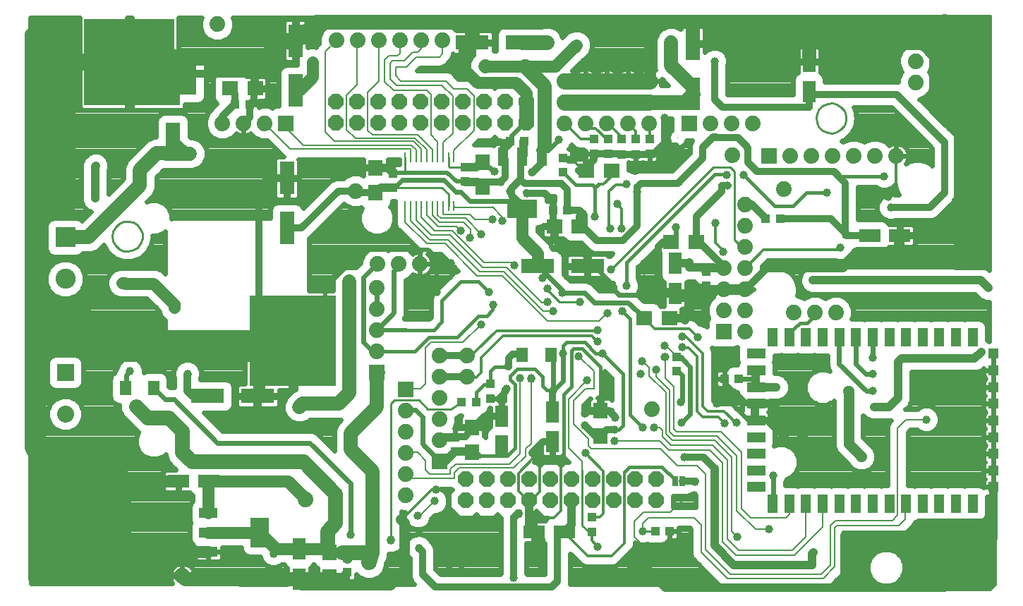
<source format=gbl>
G75*
G70*
%OFA0B0*%
%FSLAX24Y24*%
%IPPOS*%
%LPD*%
%AMOC8*
5,1,8,0,0,1.08239X$1,22.5*
%
%ADD10R,0.2244X0.1575*%
%ADD11C,0.0100*%
%ADD12R,0.0480X0.0880*%
%ADD13R,0.1417X0.0866*%
%ADD14R,0.0880X0.0480*%
%ADD15R,0.0866X0.1417*%
%ADD16R,0.0394X0.0394*%
%ADD17R,0.0740X0.0740*%
%ADD18C,0.0740*%
%ADD19R,0.4098X0.4252*%
%ADD20R,0.4252X0.4098*%
%ADD21R,0.1575X0.0709*%
%ADD22R,0.0709X0.1575*%
%ADD23R,0.0433X0.0433*%
%ADD24R,0.0709X0.0748*%
%ADD25R,0.0800X0.0800*%
%ADD26C,0.0800*%
%ADD27R,0.0748X0.0709*%
%ADD28R,0.0551X0.0709*%
%ADD29R,0.1024X0.0630*%
%ADD30R,0.0630X0.1024*%
%ADD31R,0.0950X0.0950*%
%ADD32C,0.0950*%
%ADD33OC8,0.0740*%
%ADD34R,0.0866X0.0472*%
%ADD35R,0.0472X0.0866*%
%ADD36R,0.0472X0.0472*%
%ADD37R,0.0098X0.0500*%
%ADD38R,0.0250X0.0500*%
%ADD39C,0.0320*%
%ADD40C,0.0760*%
%ADD41C,0.0397*%
%ADD42C,0.0079*%
%ADD43C,0.0120*%
%ADD44C,0.0400*%
%ADD45C,0.0240*%
%ADD46C,0.0660*%
%ADD47C,0.0354*%
%ADD48C,0.0700*%
%ADD49C,0.0860*%
%ADD50C,0.1500*%
%ADD51C,0.0560*%
%ADD52C,0.1000*%
%ADD53C,0.0436*%
%ADD54C,0.0500*%
%ADD55C,0.0160*%
%ADD56C,0.0197*%
%ADD57C,0.0118*%
%ADD58C,0.0138*%
%ADD59C,0.0000*%
D10*
X007312Y024616D03*
D11*
X017713Y020144D02*
X017729Y020144D01*
X017737Y020136D01*
X017745Y020144D01*
X018237Y020168D02*
X018290Y020221D01*
X018290Y020914D01*
X020337Y020914D02*
X020337Y020469D01*
X020386Y020420D01*
X021087Y020420D01*
X021111Y020396D01*
X021115Y020400D01*
X021115Y020420D01*
X020028Y019475D02*
X017713Y019475D01*
X017694Y019455D01*
X020028Y019475D02*
X020337Y019166D01*
X020337Y018589D01*
X025741Y020195D02*
X025764Y020171D01*
X030245Y016664D02*
X030249Y016664D01*
X030249Y016475D01*
X028016Y015609D02*
X032831Y020423D01*
X033654Y020423D01*
X033843Y020234D01*
X033843Y017002D01*
X034142Y016703D01*
X034371Y016703D01*
X034347Y016679D01*
X034371Y016703D02*
X034379Y016703D01*
X026536Y014057D02*
X026505Y014026D01*
X026473Y014057D01*
X025583Y014057D01*
X025032Y014609D01*
X025032Y014683D01*
X026883Y010380D02*
X026883Y010364D01*
X026886Y010360D01*
X026883Y010357D01*
X020942Y009337D02*
X020461Y009014D01*
X019359Y009014D01*
X018942Y009431D01*
X017772Y009431D01*
X017611Y009270D01*
X017611Y002833D01*
X016721Y002128D02*
X016705Y002128D01*
X016674Y002097D01*
X016713Y002136D02*
X016721Y002128D01*
X026642Y003514D02*
X026969Y003187D01*
X027099Y003187D01*
X027111Y003175D01*
X027111Y002790D01*
X027390Y002510D01*
X027390Y002502D01*
X026642Y003514D02*
X026642Y006148D01*
X027107Y003947D02*
X027107Y003904D01*
X029497Y003238D02*
X030083Y003238D01*
X030107Y003242D01*
X030776Y003242D02*
X030776Y002168D01*
X030264Y001656D01*
X029505Y001656D01*
X029497Y001664D01*
X004457Y017168D02*
X004495Y017398D01*
X004606Y017603D01*
X004778Y017762D01*
X004992Y017855D01*
X005225Y017875D01*
X005451Y017817D01*
X005646Y017690D01*
X005790Y017505D01*
X005865Y017285D01*
X005865Y017051D01*
X005790Y016831D01*
X005646Y016646D01*
X005451Y016519D01*
X005225Y016461D01*
X004992Y016481D01*
X004778Y016574D01*
X004606Y016733D01*
X004495Y016938D01*
X004457Y017168D01*
X037697Y022750D02*
X037735Y022980D01*
X037846Y023185D01*
X038018Y023344D01*
X038232Y023437D01*
X038465Y023457D01*
X038691Y023399D01*
X038886Y023272D01*
X039030Y023087D01*
X039105Y022867D01*
X039105Y022633D01*
X039030Y022413D01*
X038886Y022228D01*
X038691Y022101D01*
X038465Y022043D01*
X038232Y022063D01*
X038018Y022156D01*
X037846Y022315D01*
X037735Y022520D01*
X037697Y022750D01*
D12*
X024738Y020918D03*
X023828Y020918D03*
X022918Y020918D03*
D13*
X023828Y018478D03*
D14*
X008980Y004082D03*
X008980Y003172D03*
X008980Y002262D03*
D15*
X011420Y003172D03*
D16*
X020942Y009337D03*
X021650Y009337D03*
X022308Y009486D03*
X022308Y010195D03*
X027107Y003904D03*
X027107Y003195D03*
X035316Y017986D03*
X036024Y017986D03*
X029843Y021049D03*
X029174Y021046D03*
X028524Y021046D03*
X027867Y021053D03*
X027217Y021061D03*
X027217Y021770D03*
X027867Y021762D03*
X028524Y021754D03*
X029174Y021754D03*
X029843Y021758D03*
D17*
X031701Y022502D03*
X035473Y020971D03*
X033343Y012660D03*
X019914Y006518D03*
X018320Y009947D03*
X016961Y010744D03*
X012643Y022512D03*
D18*
X011643Y022512D03*
X010643Y022512D03*
X009643Y022512D03*
X015946Y019309D03*
X016984Y015854D03*
X017984Y015854D03*
X018984Y015854D03*
X016961Y014744D03*
X016961Y013744D03*
X016961Y012744D03*
X016961Y011744D03*
X019914Y011518D03*
X021201Y011522D03*
X021201Y010522D03*
X019914Y010518D03*
X019914Y009518D03*
X019914Y008518D03*
X018320Y008947D03*
X018320Y007947D03*
X019914Y007518D03*
X018320Y006947D03*
X018320Y005947D03*
X018320Y004947D03*
X013583Y004742D03*
X016575Y001750D03*
X007757Y001120D03*
X029961Y008994D03*
X034339Y012679D03*
X034339Y013679D03*
X033343Y013660D03*
X033343Y014660D03*
X034347Y014679D03*
X034347Y015679D03*
X033343Y015660D03*
X034347Y016679D03*
X034347Y017679D03*
X034347Y018679D03*
X036182Y019388D03*
X036473Y020971D03*
X037473Y020971D03*
X038473Y020971D03*
X039473Y020971D03*
X040473Y020971D03*
X041473Y020971D03*
X042398Y024447D03*
X042398Y025447D03*
X034701Y022502D03*
X033701Y022502D03*
X032701Y022502D03*
X029827Y022502D03*
X028827Y022502D03*
X027827Y022502D03*
X026827Y022502D03*
X025827Y022502D03*
X025827Y023502D03*
X026827Y023502D03*
X027827Y023502D03*
X028827Y023502D03*
X029827Y023502D03*
X029827Y024502D03*
X028827Y024502D03*
X027827Y024502D03*
X026827Y024502D03*
X025827Y024502D03*
X020034Y026420D03*
X019034Y026420D03*
X018034Y026420D03*
X017034Y026420D03*
X016034Y026420D03*
X015034Y026420D03*
X009410Y027183D03*
X033741Y021006D03*
X036634Y013573D03*
X037634Y013573D03*
X038634Y013573D03*
D19*
X012985Y012238D03*
D20*
X005249Y025396D03*
D21*
X021460Y026319D03*
X023823Y026319D03*
X024536Y015758D03*
X026898Y015758D03*
X011323Y009620D03*
X008961Y009620D03*
D22*
X012697Y017553D03*
X012697Y019916D03*
X007319Y021762D03*
X007319Y024124D03*
X013107Y024049D03*
X013107Y026412D03*
X031871Y026266D03*
X031871Y023904D03*
D23*
X025741Y020864D03*
X025741Y020195D03*
X023898Y021656D03*
X023229Y021656D03*
X021115Y020420D03*
X021115Y019750D03*
X017713Y019475D03*
X017713Y020144D03*
X010930Y023384D03*
X010260Y023384D03*
X025288Y018408D03*
X025957Y018408D03*
X032520Y015506D03*
X032520Y014837D03*
X031115Y011451D03*
X031115Y010782D03*
X033375Y010443D03*
X034044Y010443D03*
X030776Y003242D03*
X030107Y003242D03*
X020658Y006994D03*
X020658Y007664D03*
X015553Y001979D03*
X015553Y001310D03*
D24*
X014720Y001061D03*
X014720Y002242D03*
X021442Y006967D03*
X021442Y008148D03*
X027512Y007742D03*
X027512Y008923D03*
X016890Y019227D03*
X016890Y020408D03*
X021946Y020675D03*
X021946Y019494D03*
D25*
X002229Y010734D03*
D26*
X002229Y008766D03*
D27*
X025339Y017648D03*
X026520Y017648D03*
X030859Y016892D03*
X032040Y016892D03*
X028032Y020270D03*
X026851Y020270D03*
X029583Y013297D03*
X030764Y013297D03*
X011197Y024156D03*
X010016Y024156D03*
D28*
X023827Y011569D03*
X025166Y011569D03*
X006410Y009999D03*
X005071Y009999D03*
D29*
X007581Y005612D03*
X008998Y005612D03*
X024379Y003207D03*
X025796Y003207D03*
X040241Y017195D03*
X041658Y017195D03*
D30*
X031056Y015896D03*
X031056Y014479D03*
X025241Y008872D03*
X025241Y007455D03*
X022839Y007262D03*
X022839Y008679D03*
X013262Y002391D03*
X013262Y000974D03*
X037367Y023998D03*
X037367Y025416D03*
D31*
X002229Y017120D03*
D32*
X002229Y015152D03*
X002229Y013183D03*
D33*
X015024Y022518D03*
X016024Y022518D03*
X017024Y022518D03*
X018024Y022518D03*
X019024Y022518D03*
X020024Y022518D03*
X021024Y022518D03*
X022024Y022518D03*
X023024Y022518D03*
X024024Y022518D03*
X024024Y023518D03*
X023024Y023518D03*
X022024Y023518D03*
X021024Y023518D03*
X020024Y023518D03*
X019024Y023518D03*
X018024Y023518D03*
X017024Y023518D03*
X016024Y023518D03*
X015024Y023518D03*
X021142Y005687D03*
X022142Y005687D03*
X023142Y005687D03*
X024142Y005687D03*
X025142Y005687D03*
X026142Y005687D03*
X027142Y005687D03*
X028142Y005687D03*
X029142Y005687D03*
X030142Y005687D03*
X030142Y004687D03*
X029142Y004687D03*
X028142Y004687D03*
X027142Y004687D03*
X026142Y004687D03*
X025142Y004687D03*
X024142Y004687D03*
X023142Y004687D03*
X022142Y004687D03*
X021142Y004687D03*
D34*
X034863Y005317D03*
X034863Y006105D03*
X034863Y006892D03*
X034863Y007679D03*
X034863Y008467D03*
X034863Y009254D03*
X034863Y010042D03*
X034863Y010829D03*
X034863Y011616D03*
D35*
X035650Y012404D03*
X036438Y012404D03*
X037225Y012404D03*
X038012Y012404D03*
X038800Y012404D03*
X039587Y012404D03*
X040375Y012404D03*
X041162Y012404D03*
X041949Y012404D03*
X042737Y012404D03*
X043524Y012404D03*
X044312Y012404D03*
X045099Y012404D03*
X045099Y004530D03*
X044312Y004530D03*
X043524Y004530D03*
X042737Y004530D03*
X041949Y004530D03*
X041162Y004530D03*
X040375Y004530D03*
X039587Y004530D03*
X038800Y004530D03*
X038012Y004530D03*
X037225Y004530D03*
X036438Y004530D03*
X035650Y004530D03*
D36*
X046083Y005317D03*
X046083Y006105D03*
X046083Y006892D03*
X046083Y007679D03*
X046083Y008467D03*
X046083Y009254D03*
X046083Y010042D03*
X046083Y010829D03*
X046083Y011616D03*
D37*
X020593Y018589D03*
X020337Y018589D03*
X020081Y018589D03*
X019825Y018589D03*
X019570Y018589D03*
X019314Y018589D03*
X019058Y018589D03*
X018802Y018589D03*
X018546Y018589D03*
X018290Y018589D03*
X018290Y020914D03*
X018546Y020914D03*
X018802Y020914D03*
X019058Y020914D03*
X019314Y020914D03*
X019570Y020914D03*
X019825Y020914D03*
X020081Y020914D03*
X020337Y020914D03*
X020593Y020914D03*
D38*
X031040Y005601D03*
X031394Y005601D03*
D39*
X031410Y005585D01*
X031997Y005585D01*
X031993Y005581D01*
X031997Y005585D02*
X032009Y005585D01*
X032902Y005569D02*
X032906Y005569D01*
X032906Y005577D01*
X032910Y005581D01*
X032902Y006187D02*
X032906Y006187D01*
X032910Y006191D01*
X032363Y006738D01*
X031485Y006738D01*
X028188Y008030D02*
X027800Y008030D01*
X027512Y007742D01*
X027276Y007742D01*
X026788Y008231D01*
X026788Y008246D01*
X026768Y008758D02*
X026784Y008774D01*
X026934Y008923D01*
X026938Y008920D01*
X027516Y008920D01*
X027512Y008923D01*
X027902Y008923D01*
X028209Y008616D01*
X028209Y008605D01*
X027528Y008920D02*
X027516Y008920D01*
X026784Y008786D02*
X026784Y008774D01*
X025241Y008872D02*
X025241Y009833D01*
X025284Y009876D01*
X025280Y009880D01*
X025272Y009880D01*
X023168Y011001D02*
X023158Y011018D01*
X023162Y011010D02*
X023162Y011392D01*
X023355Y011585D01*
X023827Y011585D01*
X023827Y011569D01*
X021201Y011522D02*
X021186Y011522D01*
X021182Y011518D01*
X019914Y011518D01*
X019914Y010518D02*
X021186Y010518D01*
X021197Y010506D01*
X021201Y010510D01*
X021201Y010522D01*
X022052Y008679D02*
X022839Y008679D01*
X022843Y008683D01*
X022052Y008679D02*
X021528Y008156D01*
X021442Y008148D01*
X021142Y007683D01*
X020678Y007683D01*
X020658Y007664D01*
X020666Y007671D01*
X020674Y007671D01*
X020670Y007006D02*
X020658Y006994D01*
X020670Y007006D02*
X020674Y007006D01*
X021442Y006967D02*
X021544Y006904D01*
X024280Y006931D02*
X024804Y007455D01*
X025241Y007455D01*
X024316Y006931D02*
X024280Y006931D01*
X026142Y004687D02*
X026142Y003337D01*
X026095Y003290D01*
X025591Y003290D01*
X025489Y003187D01*
X025489Y000868D01*
X025213Y000593D01*
X019717Y000593D01*
X019127Y001183D01*
X019127Y002254D01*
X018934Y002447D01*
X017615Y002801D02*
X017615Y002805D01*
X017611Y002809D01*
X017611Y002833D01*
X023410Y003892D02*
X023410Y001018D01*
X024749Y001648D02*
X024753Y001652D01*
X024753Y001664D01*
X024749Y001648D02*
X024749Y002837D01*
X024379Y003207D01*
X023646Y004069D02*
X023414Y003880D01*
X023528Y004010D02*
X023646Y004069D01*
X034764Y008459D02*
X034780Y008475D01*
X035414Y008475D01*
X036375Y007514D01*
X036855Y007514D01*
X037280Y007939D01*
X037280Y008601D01*
X038812Y012392D02*
X038800Y012404D01*
X039579Y012412D02*
X039587Y012404D01*
X040375Y012404D02*
X040383Y012396D01*
X035481Y015758D02*
X034505Y014782D01*
X033111Y014675D02*
X033111Y014675D01*
X032453Y014018D01*
X032453Y013309D01*
X031406Y013297D02*
X031406Y013380D01*
X032675Y014649D01*
X032675Y014678D01*
X033111Y014666D02*
X033111Y014675D01*
X033343Y015660D02*
X033390Y015683D01*
X032182Y016892D01*
X032040Y016892D01*
X032044Y016896D01*
X032044Y018085D01*
X033253Y019294D01*
X033253Y019581D01*
X033509Y019581D01*
X033505Y019577D01*
X033509Y019581D02*
X033532Y019581D01*
X034316Y018691D02*
X034304Y018679D01*
X034347Y018679D01*
X034316Y018691D02*
X034650Y018691D01*
X035316Y018026D01*
X035316Y017986D01*
X036024Y017986D02*
X038410Y017986D01*
X039127Y017270D01*
X039126Y017270D01*
X039126Y017244D01*
X039126Y017262D01*
X039131Y017266D01*
X039201Y017195D01*
X040241Y017195D01*
X039134Y017227D02*
X039126Y017235D01*
X039091Y017270D01*
X039091Y019671D01*
X038731Y020032D01*
X038545Y020218D01*
X034898Y020218D01*
X034467Y020649D01*
X034467Y021322D01*
X034466Y021321D01*
X034461Y021321D01*
X034461Y021392D01*
X034009Y021845D01*
X032993Y021845D01*
X032993Y021853D01*
X032843Y021853D01*
X032347Y021357D01*
X032347Y020849D01*
X031170Y019671D01*
X029433Y019671D01*
X029257Y019495D01*
X029257Y019244D01*
X029257Y019252D01*
X029257Y019495D01*
X029257Y019244D02*
X029257Y017653D01*
X028564Y016959D01*
X027340Y016959D01*
X026738Y017562D01*
X026738Y018179D01*
X026509Y018408D01*
X026709Y018207D01*
X026694Y018207D01*
X026694Y018242D01*
X026686Y018250D01*
X026520Y018085D01*
X026520Y017648D01*
X026721Y018195D02*
X026709Y018207D01*
X026509Y018408D02*
X025957Y018408D01*
X025955Y018410D01*
X025955Y019351D01*
X025678Y019671D01*
X023930Y019671D01*
X023711Y019847D01*
X023709Y019849D01*
X023711Y019847D02*
X023745Y019880D01*
X023745Y020864D01*
X023774Y020864D01*
X023828Y020918D01*
X023028Y020808D02*
X023028Y019975D01*
X022812Y019723D01*
X022804Y019750D01*
X022776Y019750D01*
X022776Y019742D01*
X021697Y019742D01*
X022776Y019742D02*
X022796Y019742D01*
X022812Y019723D01*
X023304Y019439D02*
X023711Y019847D01*
X023304Y019439D02*
X023304Y019321D01*
X023264Y019321D01*
X023249Y019305D01*
X023304Y019321D02*
X023304Y019109D01*
X023830Y018583D01*
X023828Y018582D01*
X023828Y018478D01*
X024056Y019187D02*
X024044Y019199D01*
X024060Y019199D01*
X024056Y019187D02*
X024894Y019187D01*
X025288Y018794D01*
X025288Y018408D01*
X025288Y017778D01*
X025339Y017727D01*
X024044Y019199D02*
X024024Y019219D01*
X024284Y020175D02*
X024756Y020647D01*
X024756Y020909D01*
X024280Y020183D02*
X024280Y020179D01*
X024284Y020175D01*
X023028Y020808D02*
X022918Y020918D01*
X022918Y021280D01*
X023997Y022359D02*
X023997Y022527D01*
X024015Y022527D01*
X024024Y022518D01*
X026674Y020270D02*
X027201Y020797D01*
X027201Y021061D01*
X027217Y021061D01*
X027851Y021061D01*
X027863Y021073D01*
X027867Y021069D01*
X027867Y021053D01*
X028473Y021053D01*
X028493Y021034D01*
X028505Y021046D01*
X028524Y021046D01*
X029154Y021046D01*
X029162Y021053D01*
X029170Y021046D01*
X029174Y021046D01*
X029867Y021046D01*
X029875Y021038D01*
X030005Y021038D01*
X030532Y021565D01*
X030552Y021546D01*
X030540Y021534D01*
X030536Y021538D01*
X030536Y022770D01*
X030532Y022766D01*
X030552Y021546D02*
X030670Y021427D01*
X031087Y021427D01*
X029843Y021049D02*
X029835Y021049D01*
X029812Y021073D01*
X029784Y021046D01*
X029174Y021046D01*
X032910Y023632D02*
X033280Y023262D01*
X037367Y023262D01*
X037363Y023266D01*
X037363Y024002D01*
X037367Y023998D01*
X037367Y023979D01*
X037489Y023857D01*
X041528Y023857D01*
X042127Y023258D01*
X042123Y023262D01*
X042127Y023258D02*
X043792Y021593D01*
X043792Y019238D01*
X043083Y018530D01*
X041233Y018530D01*
X041658Y017195D02*
X042855Y017195D01*
X044428Y018768D01*
X044434Y018774D01*
X039126Y017244D02*
X039126Y017235D01*
X035560Y015758D02*
X035481Y015758D01*
X035560Y015758D02*
X035560Y015734D01*
X033394Y015679D02*
X033390Y015683D01*
X031406Y014219D02*
X031146Y014479D01*
X031056Y014479D01*
X031052Y014479D01*
X030953Y014577D01*
X030442Y014577D01*
X030245Y014774D01*
X030245Y016664D01*
X030473Y016892D01*
X030859Y016892D01*
X034284Y018660D02*
X034304Y018679D01*
X032910Y023632D02*
X032910Y025435D01*
X032906Y025439D01*
X037363Y024042D02*
X037363Y024002D01*
X043406Y023699D02*
X043694Y023699D01*
X043760Y023766D01*
X043786Y023766D01*
X043786Y027323D02*
X043764Y027345D01*
X041012Y027315D02*
X041012Y027262D01*
X041009Y027262D01*
X016890Y019227D02*
X016886Y019223D01*
X016032Y019223D01*
X015953Y019301D01*
X015131Y019301D01*
X013383Y017553D01*
X012697Y017553D01*
X011394Y019455D02*
X011394Y013884D01*
X011343Y013833D01*
X011351Y013833D01*
X011343Y013833D02*
X011308Y013797D01*
X007993Y009864D02*
X008260Y009597D01*
X008938Y009597D01*
X008961Y009620D01*
X005166Y005797D02*
X004064Y006900D01*
X001071Y006900D01*
X001032Y006939D01*
X000638Y006939D01*
X000634Y006943D01*
X000638Y000956D01*
X000804Y000789D01*
X007212Y000789D01*
X007127Y000995D01*
X007127Y001120D01*
X007756Y001120D01*
X007756Y001120D01*
X007127Y001120D01*
X007127Y001246D01*
X007222Y001477D01*
X007400Y001654D01*
X007422Y001664D01*
X005205Y001664D01*
X005166Y001624D01*
X005166Y005797D01*
X005162Y005801D02*
X000635Y005801D01*
X000635Y005483D02*
X005166Y005483D01*
X005166Y005164D02*
X000635Y005164D01*
X000635Y004846D02*
X005166Y004846D01*
X005166Y004527D02*
X000636Y004527D01*
X000636Y004208D02*
X005166Y004208D01*
X005166Y003890D02*
X000636Y003890D01*
X000636Y003571D02*
X005166Y003571D01*
X005166Y003253D02*
X000636Y003253D01*
X000637Y002934D02*
X005166Y002934D01*
X005166Y002616D02*
X000637Y002616D01*
X000637Y002297D02*
X005166Y002297D01*
X005166Y001979D02*
X000637Y001979D01*
X000637Y001660D02*
X005166Y001660D01*
X005202Y001660D02*
X007414Y001660D01*
X007166Y001342D02*
X000637Y001342D01*
X000638Y001023D02*
X007127Y001023D01*
X004844Y006120D02*
X000635Y006120D01*
X000635Y006438D02*
X004525Y006438D01*
X004207Y006757D02*
X000634Y006757D01*
X015953Y019301D02*
X015946Y019309D01*
X012697Y019916D02*
X011855Y019916D01*
X011394Y019455D01*
X010643Y022512D02*
X010938Y022808D01*
X010938Y023376D01*
X010930Y023384D01*
X011132Y023586D01*
X011132Y024090D01*
X011197Y024156D01*
X010260Y023910D02*
X010016Y024154D01*
X010016Y024156D01*
X010260Y023910D02*
X010260Y023384D01*
X010217Y023384D01*
X010200Y023401D01*
X009643Y022844D01*
X009643Y022512D01*
X003512Y023711D02*
X003512Y024498D01*
X003512Y025286D01*
X003512Y026073D01*
X003906Y026860D02*
X004300Y026467D01*
X003906Y026860D02*
X003512Y026860D01*
D40*
X005194Y025396D02*
X005414Y025616D01*
X010595Y025616D01*
X011670Y025616D01*
X012465Y026412D01*
X013107Y026412D01*
X013052Y026357D01*
X013012Y026357D01*
X005249Y025396D02*
X005194Y025396D01*
X005166Y025368D01*
X025827Y024502D02*
X025839Y024514D01*
X027808Y024514D01*
X027827Y024502D02*
X028823Y024502D01*
X028827Y024498D01*
X028827Y024502D01*
X029827Y024502D01*
X029847Y024502D01*
X029851Y024498D01*
X029812Y023514D02*
X029800Y023502D01*
X028827Y023502D01*
X028827Y023514D01*
X028816Y023502D01*
X027827Y023502D01*
X027816Y023502D01*
X027804Y023514D01*
X027792Y023502D01*
X026827Y023502D01*
X026827Y023506D01*
X026820Y023514D01*
X026808Y023502D01*
X025827Y023502D01*
X025827Y024502D02*
X026816Y024502D01*
X026820Y024498D01*
X026823Y024502D01*
X026827Y024502D01*
X027827Y024502D01*
X027839Y024502D01*
X027843Y024498D01*
X029812Y023514D02*
X029823Y023502D01*
X029827Y023502D01*
D41*
X030532Y022766D03*
X031068Y021412D03*
X033481Y020073D03*
X033505Y019577D03*
X034268Y020053D03*
X038217Y019246D03*
X040914Y020010D03*
X041119Y019030D03*
X041233Y018530D03*
X039126Y017244D03*
X038847Y016624D03*
X037560Y015085D03*
X033323Y016439D03*
X032949Y017809D03*
X031064Y017609D03*
X028524Y017526D03*
X027993Y017518D03*
X027233Y018085D03*
X026694Y018207D03*
X028296Y018711D03*
X029257Y019252D03*
X028749Y019648D03*
X026386Y021010D03*
X025557Y021739D03*
X022518Y020241D03*
X022812Y019723D03*
X023249Y019305D03*
X024060Y019199D03*
X024280Y020183D03*
X022406Y017967D03*
X022894Y017900D03*
X021886Y017254D03*
X021335Y017112D03*
X020922Y017443D03*
X020442Y015908D03*
X019788Y014534D03*
X019776Y014522D03*
X022257Y014518D03*
X022438Y013920D03*
X021894Y013010D03*
X025005Y014053D03*
X025288Y013620D03*
X026536Y014057D03*
X025704Y014493D03*
X024997Y014683D03*
X024776Y015183D03*
X023457Y015794D03*
X028016Y015609D03*
X028753Y014821D03*
X028560Y013616D03*
X027859Y013538D03*
X027375Y012727D03*
X027390Y012203D03*
X027375Y012191D03*
X027612Y011646D03*
X026493Y011514D03*
X025756Y011616D03*
X026883Y010380D03*
X025272Y009880D03*
X024229Y010447D03*
X024229Y010467D03*
X023709Y010479D03*
X023158Y011018D03*
X023087Y009975D03*
X026784Y008786D03*
X026788Y008246D03*
X028188Y008030D03*
X028178Y007502D03*
X029497Y008124D03*
X030056Y008128D03*
X031343Y008357D03*
X031327Y009337D03*
X033020Y009278D03*
X033386Y008341D03*
X033949Y008364D03*
X035804Y009231D03*
X037280Y008601D03*
X036855Y007514D03*
X039823Y006754D03*
X042902Y008514D03*
X040449Y009101D03*
X040363Y009872D03*
X039221Y009872D03*
X040375Y010660D03*
X040363Y011443D03*
X035820Y010034D03*
X032127Y012400D03*
X031367Y012439D03*
X031371Y011939D03*
X030540Y011986D03*
X030556Y011479D03*
X030564Y011463D03*
X030158Y010864D03*
X029427Y010672D03*
X029485Y011250D03*
X031512Y013187D03*
X032453Y013309D03*
X029568Y015794D03*
X028209Y008605D03*
X026796Y006943D03*
X024316Y006931D03*
X019745Y005203D03*
X019690Y004652D03*
X018894Y003955D03*
X018071Y003790D03*
X017611Y002833D03*
X017615Y002801D03*
X018934Y002447D03*
X018359Y001679D03*
X020367Y001644D03*
X020938Y001652D03*
X023410Y001018D03*
X027390Y002502D03*
X027394Y002494D03*
X028985Y001668D03*
X029497Y001664D03*
X029497Y003238D03*
X031930Y004947D03*
X031993Y005581D03*
X032910Y005581D03*
X031485Y006738D03*
X035670Y005853D03*
X035477Y003343D03*
X033969Y002957D03*
X037579Y002228D03*
X039068Y001923D03*
X041993Y000790D03*
X045646Y007274D03*
X045646Y008845D03*
X045646Y010423D03*
X045497Y011683D03*
X045835Y014719D03*
X044760Y019337D03*
X043406Y023699D03*
X041009Y026294D03*
X032906Y025439D03*
X030851Y026321D03*
X026386Y026215D03*
X024989Y026325D03*
X015670Y020546D03*
X008083Y021057D03*
X003678Y020510D03*
X003631Y018951D03*
X000922Y021723D03*
X003512Y023711D03*
X004300Y023711D03*
X005087Y023711D03*
X005875Y023711D03*
X006662Y023711D03*
X006662Y024498D03*
X005875Y024498D03*
X005087Y024498D03*
X004300Y024498D03*
X003512Y024498D03*
X003512Y025286D03*
X003512Y026073D03*
X004300Y026073D03*
X005087Y026073D03*
X005087Y025286D03*
X004300Y025286D03*
X005875Y025286D03*
X006662Y025286D03*
X006662Y026073D03*
X005875Y026073D03*
X005875Y026860D03*
X006662Y026860D03*
X005087Y026860D03*
X004300Y026860D03*
X003512Y026860D03*
X010615Y025632D03*
X013911Y025410D03*
X015655Y015035D03*
X014501Y013833D03*
X013713Y013833D03*
X012926Y013833D03*
X012138Y013833D03*
X011351Y013833D03*
X011351Y013046D03*
X012138Y013046D03*
X012926Y013046D03*
X013713Y013046D03*
X014501Y013046D03*
X014501Y012258D03*
X013713Y012258D03*
X012926Y012258D03*
X012138Y012258D03*
X011351Y012258D03*
X011351Y011471D03*
X012138Y011471D03*
X012138Y010683D03*
X011351Y010683D03*
X012926Y010683D03*
X013713Y010683D03*
X014501Y010683D03*
X014501Y011471D03*
X013713Y011471D03*
X012926Y011471D03*
X013287Y009086D03*
X010835Y008514D03*
X007997Y010679D03*
X005292Y010782D03*
X005585Y009130D03*
X001394Y006549D03*
X001398Y006026D03*
X001276Y001420D03*
X001276Y000931D03*
X012062Y002174D03*
X015709Y003053D03*
X007371Y013801D03*
X005406Y014943D03*
X004910Y014951D03*
D42*
X011664Y022480D02*
X012851Y021294D01*
X018512Y021294D01*
X018546Y021260D01*
X018546Y020914D01*
X018802Y020914D02*
X018802Y021268D01*
X018623Y021447D01*
X018619Y021447D01*
X018587Y021479D01*
X013465Y021479D01*
X012645Y022299D01*
X012645Y022514D01*
X012643Y022512D01*
X012645Y022514D02*
X012645Y022532D01*
X011664Y022509D02*
X011664Y022480D01*
X011664Y022509D02*
X011646Y022509D01*
X011643Y022512D01*
X014520Y022085D02*
X014520Y025887D01*
X015045Y026412D01*
X015036Y026420D01*
X015034Y026420D01*
X016016Y026373D02*
X016016Y026049D01*
X016016Y026373D02*
X016043Y026400D01*
X016034Y026408D01*
X016034Y026420D01*
X016034Y026420D01*
X016052Y026402D01*
X016034Y026420D02*
X016019Y026405D01*
X016019Y024325D01*
X015528Y023834D01*
X015528Y022215D01*
X015930Y021813D01*
X018760Y021813D01*
X019314Y021260D01*
X019314Y020914D01*
X019570Y020914D02*
X019570Y021252D01*
X018863Y021959D01*
X016729Y021959D01*
X016524Y022164D01*
X016524Y023971D01*
X017042Y024488D01*
X017042Y026413D01*
X017034Y026420D01*
X017034Y026401D01*
X017047Y026389D01*
X017030Y026373D01*
X017034Y026378D02*
X017034Y026420D01*
X018033Y026374D02*
X018033Y025808D01*
X017924Y025699D01*
X017498Y025699D01*
X017303Y025505D01*
X017303Y024479D01*
X017733Y024049D01*
X019320Y024049D01*
X019516Y023853D01*
X019516Y021951D01*
X019825Y021642D01*
X019825Y020914D01*
X020081Y020914D02*
X020081Y021587D01*
X020532Y022038D01*
X020532Y023790D01*
X020024Y024297D01*
X017881Y024297D01*
X017566Y024612D01*
X017566Y025345D01*
X017674Y025453D01*
X018241Y025453D01*
X018658Y025870D01*
X018658Y025871D01*
X018658Y025872D01*
X018658Y025871D02*
X018880Y025871D01*
X019047Y026038D01*
X019047Y026407D01*
X019034Y026420D01*
X018057Y026397D02*
X018033Y026374D01*
X018057Y026397D02*
X018034Y026420D01*
X018034Y026420D01*
X018046Y026409D01*
X018054Y026401D02*
X018034Y026420D01*
X018804Y025625D02*
X019873Y025625D01*
X019896Y025647D01*
X019899Y025644D01*
X020050Y025795D01*
X020050Y026405D01*
X020034Y026420D01*
X018804Y025625D02*
X018360Y025181D01*
X017831Y025181D01*
X017831Y024756D01*
X018052Y024535D01*
X018052Y024531D01*
X018073Y024510D01*
X020210Y024510D01*
X020592Y024127D01*
X021203Y024127D01*
X021536Y023794D01*
X021536Y022171D01*
X020593Y021229D01*
X020593Y020914D01*
X019058Y020914D02*
X019058Y021284D01*
X018686Y021656D01*
X014949Y021656D01*
X014520Y022085D01*
X018290Y018589D02*
X018290Y017835D01*
X019304Y016821D01*
X020178Y016821D01*
X021694Y015305D01*
X022863Y015305D01*
X025001Y013168D01*
X027457Y013168D01*
X027843Y013553D01*
X027859Y013538D01*
X026536Y014057D02*
X026528Y014065D01*
X025699Y014464D02*
X025704Y014493D01*
X025032Y014683D02*
X024997Y014683D01*
X024776Y015183D02*
X024859Y015266D01*
X024859Y015616D01*
X024790Y015547D01*
X023457Y015794D02*
X023457Y015813D01*
X023355Y015916D01*
X022012Y015916D01*
X020501Y017427D01*
X019690Y017427D01*
X019056Y018061D01*
X019056Y018546D01*
X019064Y018553D01*
X019058Y018559D01*
X019058Y018589D01*
X019314Y018589D02*
X019314Y018162D01*
X019831Y017644D01*
X020725Y017644D01*
X020926Y017443D01*
X020922Y017443D01*
X020926Y017443D02*
X020930Y017439D01*
X021056Y017817D02*
X021367Y017506D01*
X021367Y017156D01*
X021323Y017112D01*
X021335Y017112D01*
X021339Y017112D01*
X021367Y017140D01*
X021323Y017112D02*
X021308Y017097D01*
X021886Y017254D02*
X021886Y017274D01*
X021142Y018018D01*
X019985Y018018D01*
X019825Y018177D01*
X019825Y018589D01*
X019570Y018589D02*
X019570Y018170D01*
X019922Y017817D01*
X021056Y017817D01*
X021371Y018171D02*
X021575Y017967D01*
X022394Y017967D01*
X022406Y017955D01*
X022406Y017967D01*
X022894Y017900D02*
X022894Y018081D01*
X022426Y018549D01*
X022422Y018546D01*
X020636Y018546D01*
X020593Y018589D01*
X020081Y018589D02*
X020081Y018217D01*
X020115Y018183D01*
X021371Y018183D01*
X021371Y018171D01*
X021867Y017404D02*
X021886Y017384D01*
X021886Y017274D01*
X020418Y017219D02*
X021934Y015703D01*
X023064Y015703D01*
X024741Y014026D01*
X025009Y014026D01*
X025009Y014049D01*
X025005Y014053D01*
X025005Y014061D01*
X025009Y014065D01*
X024816Y013632D02*
X025300Y013632D01*
X025288Y013620D01*
X025300Y013632D02*
X025323Y013632D01*
X024816Y013632D02*
X022942Y015506D01*
X021804Y015506D01*
X020296Y017014D01*
X019434Y017014D01*
X018548Y017900D01*
X018548Y018587D01*
X018546Y018589D01*
X018802Y018589D02*
X018802Y017933D01*
X018806Y017933D01*
X019520Y017219D01*
X020418Y017219D01*
X020442Y015908D02*
X019792Y015908D01*
X021867Y013010D02*
X021016Y012160D01*
X019505Y012160D01*
X019245Y011900D01*
X019245Y010203D01*
X018997Y009955D01*
X018316Y009955D01*
X018320Y009951D01*
X018320Y009947D01*
X018363Y006983D02*
X018323Y006943D01*
X018320Y006947D01*
X018362Y006947D01*
X018370Y006940D01*
X018383Y006953D01*
X018877Y006953D01*
X019257Y006574D01*
X019257Y006132D01*
X019457Y005931D01*
X020426Y005931D01*
X020426Y006152D01*
X020678Y006404D01*
X023209Y006404D01*
X023701Y006896D01*
X023701Y010483D01*
X023709Y010479D01*
X024229Y010447D02*
X024229Y007376D01*
X023977Y007124D01*
X023977Y006774D01*
X023422Y006219D01*
X020831Y006219D01*
X020611Y005998D01*
X020611Y005719D01*
X018560Y005719D01*
X018331Y005947D01*
X018320Y005947D01*
X019686Y004652D02*
X018989Y003955D01*
X018894Y003955D01*
X019686Y004652D02*
X019690Y004652D01*
X023410Y003892D02*
X023583Y004065D01*
X023642Y004065D01*
X023646Y004069D01*
X026642Y006148D02*
X026642Y006538D01*
X026005Y007175D01*
X026005Y009479D01*
X026883Y010357D01*
X026883Y010360D02*
X026879Y010357D01*
X026883Y010360D02*
X026883Y010380D01*
X027221Y010786D02*
X027221Y009971D01*
X026827Y009971D01*
X026241Y009384D01*
X026241Y008305D01*
X026957Y007589D01*
X026957Y007278D01*
X027091Y007144D01*
X030339Y007144D01*
X031159Y006325D01*
X032084Y006325D01*
X032477Y005933D01*
X032477Y002381D01*
X033650Y001207D01*
X037957Y001207D01*
X038383Y001632D01*
X038382Y001633D01*
X038382Y003502D01*
X038608Y003727D01*
X041298Y003727D01*
X041298Y003729D01*
X041300Y003731D01*
X041300Y003727D01*
X041300Y003731D02*
X041552Y003983D01*
X041552Y008093D01*
X041961Y008502D01*
X042914Y008502D01*
X042902Y008514D01*
X041949Y004530D02*
X041902Y004483D01*
X041902Y003786D01*
X041619Y003502D01*
X041615Y003502D01*
X041617Y003502D01*
X041608Y003492D01*
X038688Y003492D01*
X038589Y003393D01*
X038589Y001556D01*
X038595Y001549D01*
X038032Y000986D01*
X033520Y000986D01*
X032266Y002240D01*
X032266Y003547D01*
X031932Y003881D01*
X029773Y003881D01*
X029505Y003612D01*
X029505Y003246D01*
X029497Y003238D01*
X029099Y002971D02*
X029516Y002553D01*
X029516Y001648D01*
X029509Y001640D01*
X029497Y001652D01*
X029497Y001664D01*
X029099Y002971D02*
X029099Y003683D01*
X029536Y004120D01*
X030812Y004120D01*
X031638Y004947D01*
X031930Y004947D01*
X033957Y004214D02*
X034835Y003337D01*
X035473Y003337D01*
X035473Y003339D01*
X035477Y003343D01*
X035479Y003341D01*
X036264Y003849D02*
X034627Y003849D01*
X034178Y004299D01*
X034178Y006975D01*
X033446Y007707D01*
X033217Y007935D01*
X031103Y007935D01*
X030977Y008061D01*
X030977Y010061D01*
X030564Y010475D01*
X030564Y011463D01*
X030623Y011986D02*
X031127Y011483D01*
X031115Y011471D01*
X031115Y011451D01*
X030623Y011986D02*
X030540Y011986D01*
X029812Y010958D02*
X029500Y011270D01*
X029497Y011270D01*
X029497Y011262D01*
X029485Y011250D01*
X029812Y010958D02*
X029812Y010577D01*
X030599Y009790D01*
X030599Y007841D01*
X030914Y007526D01*
X032906Y007526D01*
X033709Y006723D01*
X033709Y003225D01*
X033969Y002965D01*
X033969Y002957D01*
X033501Y002863D02*
X033501Y006605D01*
X032812Y007294D01*
X030831Y007294D01*
X030442Y007683D01*
X030442Y007994D01*
X030316Y008120D01*
X030048Y008120D01*
X030056Y008128D01*
X029938Y007510D02*
X029914Y007510D01*
X030316Y007510D01*
X030745Y007081D01*
X032682Y007081D01*
X033292Y006471D01*
X033292Y002725D01*
X033918Y002099D01*
X036688Y002099D01*
X038011Y003423D01*
X038011Y004097D01*
X038010Y004098D01*
X038012Y004098D01*
X038012Y004073D01*
X038012Y004098D02*
X038012Y004530D01*
X037225Y004530D02*
X037225Y004043D01*
X037226Y004043D01*
X037226Y002954D01*
X036595Y002323D01*
X034040Y002323D01*
X033501Y002863D01*
X033957Y004214D02*
X033957Y006805D01*
X033316Y007447D01*
X033024Y007738D01*
X030989Y007738D01*
X030792Y007935D01*
X030792Y009904D01*
X030158Y010538D01*
X030158Y010864D01*
X027221Y010786D02*
X026493Y011514D01*
X021894Y013010D02*
X021867Y013010D01*
X026721Y008801D02*
X026729Y008809D01*
X026784Y008786D01*
X028178Y007502D02*
X028178Y007490D01*
X028197Y007510D01*
X029914Y007510D01*
X028178Y007490D02*
X028158Y007471D01*
X033304Y007459D02*
X033316Y007447D01*
X033446Y007707D02*
X033442Y007711D01*
X035670Y005853D02*
X035670Y005841D01*
X036438Y004530D02*
X036438Y004490D01*
X036438Y004018D01*
X036268Y003849D01*
X036268Y003850D01*
X036267Y003851D01*
X036264Y003849D01*
X036438Y004451D02*
X036449Y004463D01*
X036438Y004475D01*
X036438Y004490D01*
X037225Y004043D02*
X037225Y004014D01*
X041611Y003498D02*
X041615Y003502D01*
X041617Y003502D02*
X041617Y003502D01*
X030426Y014412D02*
X030426Y014427D01*
X029568Y015286D01*
X029568Y015794D01*
X028016Y017498D02*
X027997Y017518D01*
X027241Y018081D02*
X027237Y018077D01*
X027233Y018081D01*
X027233Y018085D01*
X033312Y016506D02*
X033323Y016494D01*
X033323Y016439D01*
X034347Y016675D02*
X034347Y016679D01*
X034367Y016679D01*
X034363Y016683D01*
X034351Y016671D01*
X034347Y016675D02*
X034375Y016648D01*
X034386Y016660D02*
X034367Y016679D01*
X007001Y024628D02*
X006936Y024563D01*
X006871Y024563D01*
X006871Y024518D01*
X006882Y024508D01*
X006906Y024508D01*
X006883Y024485D01*
X006675Y024485D01*
X006662Y024498D01*
D43*
X024489Y015774D02*
X024505Y015758D01*
X024564Y015699D01*
X024694Y015699D01*
X024536Y015758D02*
X024505Y015758D01*
X027922Y017490D02*
X027922Y019286D01*
X028241Y019605D01*
X028694Y019605D01*
X028749Y019660D01*
X028749Y019648D01*
X028032Y020002D02*
X028032Y020270D01*
X028032Y020002D02*
X027650Y019620D01*
X027406Y019620D01*
X027396Y019610D01*
X027249Y019463D01*
X026851Y020270D02*
X026792Y020270D01*
X026713Y020270D01*
X026316Y020668D01*
X025977Y020668D01*
X025780Y020864D01*
X025768Y020853D01*
X025757Y020864D01*
X025741Y020864D01*
X026383Y021006D02*
X027146Y021006D01*
X027190Y021049D01*
X027190Y020786D01*
X026674Y020270D01*
X026792Y020270D01*
X026383Y021006D02*
X026386Y021010D01*
X026575Y021770D02*
X025843Y022502D01*
X025827Y022502D01*
X026820Y022490D02*
X027036Y022274D01*
X027292Y022274D01*
X027804Y021762D01*
X027867Y021762D01*
X027217Y021770D02*
X026575Y021770D01*
X026820Y022490D02*
X026827Y022498D01*
X026827Y022502D01*
X027827Y022502D02*
X027871Y022502D01*
X028524Y021849D01*
X028524Y021754D01*
X029174Y021754D02*
X029174Y022144D01*
X028827Y022490D01*
X028827Y022502D01*
X029827Y022502D02*
X029827Y022506D01*
X029831Y022510D01*
X029843Y022498D01*
X029843Y021758D01*
X028296Y018711D02*
X028296Y018691D01*
X028524Y018463D01*
X028524Y017526D01*
X027997Y017518D02*
X027993Y017518D01*
X027965Y017490D01*
X027922Y017490D01*
X027989Y017518D02*
X027993Y017518D01*
X027249Y018077D02*
X027241Y018085D01*
X027233Y018085D01*
X032946Y017813D02*
X032946Y017821D01*
X032946Y017813D02*
X032946Y016872D01*
X033312Y016506D01*
X034347Y015679D02*
X034347Y015648D01*
X035221Y016522D01*
X038764Y016522D01*
X038867Y016624D01*
X038847Y016624D01*
X041119Y019030D02*
X041469Y019380D01*
X041469Y020975D01*
X041473Y020971D01*
X041469Y020975D02*
X041469Y020998D01*
X032949Y017809D02*
X032946Y017813D01*
X034347Y015648D02*
X034339Y015640D01*
X031709Y012813D02*
X030068Y012813D01*
X029583Y013297D01*
X029591Y013297D01*
X029564Y013325D01*
X029591Y013297D02*
X029595Y013294D01*
X031367Y012439D02*
X031371Y012435D01*
X031556Y012435D01*
X032351Y011640D01*
X032351Y009128D01*
X032568Y008912D01*
X033351Y008912D01*
X033898Y008364D01*
X033949Y008364D01*
X033386Y008341D02*
X033091Y008636D01*
X032343Y008636D01*
X032087Y008892D01*
X032087Y011483D01*
X031678Y011892D01*
X031386Y011892D01*
X031375Y011904D01*
X031371Y011939D01*
X031367Y012439D02*
X031544Y012439D01*
X031709Y012813D02*
X032123Y012400D01*
X032127Y012400D01*
X032138Y012400D01*
X027375Y012191D02*
X027375Y012175D01*
X027099Y012451D01*
X022906Y012451D01*
X022646Y012191D01*
X022607Y012707D02*
X027359Y012707D01*
X027375Y012723D01*
X027375Y012727D01*
X027355Y012727D01*
X021914Y011459D02*
X021879Y011423D01*
X021879Y010746D01*
X021638Y010506D01*
X021205Y010506D01*
X021205Y010518D01*
X021201Y010522D01*
X021205Y011518D02*
X021418Y011518D01*
X021694Y011794D01*
X021205Y011518D02*
X021201Y011522D01*
X018335Y012750D02*
X016955Y012750D01*
X016961Y012744D01*
X016955Y012750D02*
X016946Y012750D01*
X024327Y006959D02*
X024402Y007034D01*
X024327Y006959D02*
X024327Y006947D01*
X024323Y006943D01*
X024323Y006931D01*
X024646Y006609D01*
X024646Y005109D01*
X024233Y004695D01*
X024134Y004695D01*
X024142Y004687D01*
X024142Y004656D01*
X024142Y003868D01*
X025323Y003868D01*
X025638Y004183D01*
X025638Y006309D01*
X024316Y006652D02*
X023642Y005979D01*
X023642Y005140D01*
X024134Y004648D01*
X024142Y004656D01*
X024134Y004695D02*
X024127Y004695D01*
X025780Y003191D02*
X026898Y002073D01*
X028040Y002073D01*
X028642Y002679D01*
X028642Y006022D01*
X024316Y006652D02*
X024316Y006931D01*
X019745Y005203D02*
X019532Y005203D01*
X018107Y003778D01*
X018095Y003790D01*
X018071Y003790D01*
X018095Y001360D02*
X018071Y001337D01*
X018095Y001360D02*
X018249Y001360D01*
X025780Y003191D02*
X025796Y003207D01*
X027107Y003195D02*
X027107Y002782D01*
X027394Y002494D01*
X002772Y001026D02*
X002678Y000931D01*
X001276Y000931D01*
X001276Y001416D01*
X001260Y001431D01*
X001268Y001431D01*
X001288Y001412D01*
D44*
X014720Y001061D02*
X015345Y001061D01*
X015553Y001269D01*
X015553Y001310D01*
X024146Y003439D02*
X024379Y003207D01*
X024146Y003439D02*
X024146Y004683D01*
X024142Y004687D01*
X026134Y004695D02*
X026134Y003546D01*
X025796Y003207D01*
X026142Y004687D02*
X026134Y004695D01*
X026134Y004699D01*
X021544Y006904D02*
X021457Y006990D01*
X020654Y006990D01*
X020658Y006994D01*
X020654Y006990D02*
X020650Y006990D01*
X020186Y006526D01*
X019906Y006526D01*
X019914Y006518D01*
X019906Y006526D02*
X019894Y006526D01*
X019922Y007522D02*
X020068Y007668D01*
X020654Y007668D01*
X020658Y007664D01*
X030764Y013297D02*
X031406Y013297D01*
X031516Y013187D01*
X031512Y013187D01*
X031741Y014479D02*
X031056Y014479D01*
X031741Y014479D02*
X031741Y014683D01*
X032489Y014683D01*
X032489Y014837D01*
X032520Y014837D01*
X032489Y014683D02*
X032675Y014678D01*
X033111Y014666D01*
X033343Y014660D01*
X033343Y015660D02*
X032489Y015683D01*
X032489Y015506D01*
X032520Y015506D01*
X033095Y015679D02*
X033347Y015679D01*
X033343Y015660D01*
X031701Y015683D01*
X031701Y015896D01*
X031056Y015896D01*
X031701Y015896D02*
X031701Y015916D01*
X033347Y015679D02*
X033355Y015679D01*
X037560Y015085D02*
X045469Y015085D01*
X045835Y014719D01*
X045497Y011683D02*
X045194Y011392D01*
X041741Y011392D01*
X041568Y011219D01*
X041568Y009538D01*
X041138Y009109D01*
X040457Y009109D01*
X040449Y009101D01*
X040446Y009097D01*
X035823Y009231D02*
X035823Y009254D01*
X034863Y009254D01*
X034827Y009234D02*
X034827Y008467D01*
X034863Y008467D01*
X034827Y009234D02*
X034820Y009234D01*
X035804Y009231D02*
X035823Y009231D01*
X035823Y010034D02*
X035823Y010042D01*
X034863Y010042D01*
X034859Y010042D01*
X034859Y010443D01*
X034859Y010829D01*
X034863Y010829D01*
X035820Y010034D02*
X035823Y010034D01*
X032902Y006187D02*
X032902Y005569D01*
X032902Y002556D01*
X033812Y001646D01*
X037497Y001646D01*
X037497Y002153D01*
X037572Y002229D01*
X037573Y002228D01*
X037579Y002228D01*
X039075Y001916D02*
X039075Y000597D01*
X039091Y000581D01*
X042237Y000581D01*
X042237Y000605D01*
X042131Y000711D01*
X042131Y000817D01*
X042103Y000790D01*
X041993Y000790D01*
X042237Y000581D02*
X043772Y000581D01*
X046075Y002884D01*
X046075Y005325D01*
X046079Y005329D01*
X046083Y005325D01*
X046083Y005317D01*
X039091Y000581D02*
X030579Y000581D01*
X029497Y001664D01*
X026898Y015758D02*
X026898Y015766D01*
X026906Y015774D01*
X026898Y015782D01*
X026898Y016219D01*
X026410Y016707D01*
X025705Y016707D01*
X025339Y017073D01*
X025339Y017648D01*
X026690Y018211D02*
X026694Y018207D01*
X026690Y018211D02*
X026690Y018223D01*
X023894Y020984D02*
X023894Y021652D01*
X023898Y021656D01*
X023229Y021656D02*
X023209Y021636D01*
X023209Y021571D01*
X022918Y021280D01*
X023828Y020918D02*
X023894Y020984D01*
X024666Y021240D02*
X024674Y021232D01*
X024674Y021219D01*
X024843Y021388D01*
X024871Y021388D01*
X024871Y021444D01*
X024875Y021448D01*
X021946Y020675D02*
X021930Y020675D01*
X021918Y020687D01*
X021650Y020420D01*
X021115Y020420D01*
X021115Y019750D02*
X021115Y019742D01*
X021697Y019742D01*
X021946Y019494D01*
X017713Y019475D02*
X017713Y019467D01*
X017131Y019467D01*
X016890Y019227D01*
X017713Y020144D02*
X017713Y020179D01*
X017485Y020408D01*
X016890Y020408D01*
X005249Y025380D02*
X005249Y025396D01*
X004351Y025260D02*
X000505Y025260D01*
X000505Y025659D02*
X002823Y025659D01*
X002823Y025596D02*
X004351Y025596D01*
X004351Y025196D01*
X002823Y025196D01*
X002823Y023564D01*
X002520Y023262D01*
X002520Y018573D01*
X002194Y018246D01*
X001571Y018246D01*
X001134Y017896D01*
X001134Y014498D01*
X001520Y014065D01*
X002725Y014065D01*
X003260Y013664D01*
X003260Y012593D01*
X002867Y012199D01*
X000745Y012199D01*
X000505Y012439D01*
X000505Y026719D01*
X001060Y027274D01*
X002489Y027274D01*
X002497Y027266D01*
X002520Y027258D01*
X002823Y027258D01*
X002823Y025596D01*
X002823Y026057D02*
X000505Y026057D01*
X000505Y026456D02*
X002823Y026456D01*
X002823Y026854D02*
X000640Y026854D01*
X001039Y027253D02*
X002823Y027253D01*
X002823Y024861D02*
X000505Y024861D01*
X000505Y024463D02*
X002823Y024463D01*
X002823Y024064D02*
X000505Y024064D01*
X000505Y023666D02*
X002823Y023666D01*
X002526Y023267D02*
X000505Y023267D01*
X000505Y022869D02*
X002520Y022869D01*
X002520Y022470D02*
X000505Y022470D01*
X000505Y022072D02*
X002520Y022072D01*
X002520Y021673D02*
X000505Y021673D01*
X000505Y021275D02*
X002520Y021275D01*
X002520Y020876D02*
X000505Y020876D01*
X000505Y020477D02*
X002520Y020477D01*
X002520Y020079D02*
X000505Y020079D01*
X000505Y019680D02*
X002520Y019680D01*
X002520Y019282D02*
X000505Y019282D01*
X000505Y018883D02*
X002520Y018883D01*
X002432Y018485D02*
X000505Y018485D01*
X000505Y018086D02*
X001372Y018086D01*
X001134Y017688D02*
X000505Y017688D01*
X000505Y017289D02*
X001134Y017289D01*
X001134Y016891D02*
X000505Y016891D01*
X000505Y016492D02*
X001134Y016492D01*
X001134Y016094D02*
X000505Y016094D01*
X000505Y015695D02*
X001134Y015695D01*
X001134Y015296D02*
X000505Y015296D01*
X000505Y014898D02*
X001134Y014898D01*
X001134Y014499D02*
X000505Y014499D01*
X000505Y014101D02*
X001489Y014101D01*
X001790Y013840D02*
X001572Y013622D01*
X001454Y013337D01*
X001454Y013183D01*
X001454Y013029D01*
X001572Y012744D01*
X001790Y012526D01*
X002075Y012408D01*
X002229Y012408D01*
X002383Y012408D01*
X002668Y012526D01*
X002886Y012744D01*
X003004Y013029D01*
X003004Y013183D01*
X002229Y013183D01*
X002229Y012408D01*
X002229Y013183D01*
X002229Y013183D01*
X002229Y013183D01*
X001454Y013183D01*
X002229Y013183D01*
X002229Y013183D01*
X003004Y013183D01*
X003004Y013337D01*
X002886Y013622D01*
X002668Y013840D01*
X002383Y013958D01*
X002229Y013958D01*
X002229Y013184D01*
X002229Y013184D01*
X002229Y013958D01*
X002075Y013958D01*
X001790Y013840D01*
X001652Y013702D02*
X000505Y013702D01*
X000505Y013304D02*
X001454Y013304D01*
X001505Y012905D02*
X000505Y012905D01*
X000505Y012507D02*
X001837Y012507D01*
X002229Y012507D02*
X002229Y012507D01*
X002620Y012507D02*
X003174Y012507D01*
X003260Y012905D02*
X002953Y012905D01*
X003004Y013304D02*
X003260Y013304D01*
X003209Y013702D02*
X002806Y013702D01*
X002229Y013702D02*
X002229Y013702D01*
X002229Y013304D02*
X002229Y013304D01*
X002229Y012905D02*
X002229Y012905D01*
X003631Y018951D02*
X003631Y020463D01*
X003678Y020510D01*
X041009Y027321D02*
X041009Y027333D01*
X041012Y027337D01*
D45*
X000583Y027503D02*
X000598Y000749D01*
X007294Y000749D01*
X007256Y000786D01*
X007167Y001003D01*
X007167Y001120D01*
X007756Y001120D01*
X007756Y001120D01*
X007167Y001120D01*
X007167Y001238D01*
X007256Y001454D01*
X007422Y001620D01*
X007639Y001710D01*
X007756Y001710D01*
X007756Y001121D01*
X007757Y001121D01*
X007757Y001710D01*
X007874Y001710D01*
X008091Y001620D01*
X008257Y001454D01*
X008346Y001238D01*
X008346Y001120D01*
X007757Y001120D01*
X007757Y001120D01*
X008346Y001120D01*
X008346Y001003D01*
X008257Y000786D01*
X008219Y000749D01*
X012727Y000748D01*
X012727Y000936D01*
X013224Y000936D01*
X013224Y001011D01*
X012727Y001011D01*
X012727Y001494D01*
X012698Y001506D01*
X012574Y001630D01*
X012557Y001671D01*
X012462Y001671D01*
X012424Y001633D01*
X012189Y001536D01*
X011935Y001536D01*
X011701Y001633D01*
X011521Y001813D01*
X011434Y002023D01*
X010900Y002023D01*
X010738Y002090D01*
X010614Y002214D01*
X010547Y002376D01*
X010547Y002452D01*
X009640Y002452D01*
X009640Y002262D01*
X008981Y002262D01*
X008981Y002262D01*
X009640Y002262D01*
X009640Y001931D01*
X009511Y001802D01*
X008980Y001802D01*
X008980Y002261D01*
X008980Y002261D01*
X008980Y001802D01*
X008449Y001802D01*
X008320Y001931D01*
X008320Y002262D01*
X008980Y002262D01*
X008980Y002262D01*
X008320Y002262D01*
X008320Y002547D01*
X008291Y002559D01*
X008167Y002683D01*
X008100Y002844D01*
X008100Y003499D01*
X008153Y003627D01*
X008100Y003754D01*
X008100Y004409D01*
X008167Y004571D01*
X008260Y004664D01*
X008260Y004914D01*
X008237Y004924D01*
X008113Y005047D01*
X008101Y005077D01*
X007618Y005077D01*
X007618Y005574D01*
X007543Y005574D01*
X006849Y005574D01*
X006849Y005206D01*
X006978Y005077D01*
X007543Y005077D01*
X007543Y005574D01*
X007543Y005649D01*
X006849Y005649D01*
X006849Y006018D01*
X006978Y006147D01*
X007452Y006147D01*
X007086Y006513D01*
X006966Y006803D01*
X006966Y006860D01*
X006882Y006776D01*
X006576Y006649D01*
X006244Y006649D01*
X005938Y006776D01*
X005703Y007010D01*
X005576Y007317D01*
X005576Y007648D01*
X005687Y007916D01*
X005679Y007919D01*
X005456Y008141D01*
X004916Y008682D01*
X004795Y008973D01*
X004795Y009204D01*
X004708Y009204D01*
X004546Y009271D01*
X004422Y009395D01*
X004356Y009557D01*
X004356Y010441D01*
X004422Y010602D01*
X004546Y010726D01*
X004556Y010730D01*
X004632Y010914D01*
X004672Y010954D01*
X004751Y011143D01*
X004930Y011323D01*
X005165Y011420D01*
X005419Y011420D01*
X005654Y011323D01*
X005833Y011143D01*
X005930Y010909D01*
X005930Y010745D01*
X006047Y010793D01*
X006773Y010793D01*
X006934Y010726D01*
X007058Y010602D01*
X007125Y010441D01*
X007125Y010075D01*
X007177Y010023D01*
X007251Y010023D01*
X007376Y010023D01*
X007376Y010511D01*
X007358Y010552D01*
X007358Y010806D01*
X007455Y011041D01*
X007635Y011221D01*
X007870Y011318D01*
X008124Y011318D01*
X008358Y011221D01*
X008538Y011041D01*
X008635Y010806D01*
X008635Y010552D01*
X008610Y010492D01*
X008610Y010415D01*
X009836Y010415D01*
X009998Y010348D01*
X010122Y010224D01*
X010189Y010062D01*
X010189Y009178D01*
X010122Y009017D01*
X009998Y008893D01*
X009836Y008826D01*
X008792Y008826D01*
X009658Y007960D01*
X013681Y007960D01*
X013903Y007960D01*
X014109Y007875D01*
X014955Y007029D01*
X014955Y007715D01*
X014955Y008021D01*
X015072Y008304D01*
X015252Y008484D01*
X013774Y008484D01*
X013723Y008433D01*
X013440Y008316D01*
X013134Y008316D01*
X012851Y008433D01*
X012634Y008650D01*
X012517Y008933D01*
X012517Y009239D01*
X012634Y009522D01*
X012331Y009522D01*
X012331Y009563D02*
X012331Y009175D01*
X012202Y009046D01*
X011381Y009046D01*
X011381Y009563D01*
X011381Y009677D01*
X012331Y009677D01*
X012331Y009892D01*
X012865Y009892D01*
X012865Y012043D01*
X013105Y012043D01*
X013105Y009942D01*
X013019Y009907D01*
X012802Y009690D01*
X012634Y009522D01*
X012536Y009283D02*
X012331Y009283D01*
X012331Y009563D02*
X011381Y009563D01*
X011266Y009563D01*
X010316Y009563D01*
X010316Y009175D01*
X010445Y009046D01*
X011266Y009046D01*
X011266Y009563D01*
X011266Y009677D01*
X010316Y009677D01*
X010316Y010066D01*
X010445Y010195D01*
X010716Y010195D01*
X010716Y012043D01*
X007307Y012043D01*
X007145Y012109D01*
X007021Y012233D01*
X006954Y012395D01*
X006954Y013200D01*
X006760Y013394D01*
X006651Y013658D01*
X006651Y013665D01*
X006088Y014227D01*
X005214Y014227D01*
X005195Y014219D01*
X004909Y014219D01*
X004880Y014231D01*
X004767Y014231D01*
X004502Y014341D01*
X004300Y014543D01*
X004190Y014808D01*
X004190Y015094D01*
X004300Y015359D01*
X004502Y015561D01*
X004767Y015671D01*
X005183Y015671D01*
X005193Y015667D01*
X005203Y015667D01*
X006530Y015667D01*
X006794Y015557D01*
X006954Y015397D01*
X006954Y017399D01*
X006882Y017327D01*
X006576Y017200D01*
X006359Y017200D01*
X006365Y017168D01*
X006292Y016758D01*
X006292Y016758D01*
X006084Y016397D01*
X006084Y016397D01*
X005765Y016129D01*
X005765Y016129D01*
X005374Y015987D01*
X005374Y015987D01*
X004958Y015987D01*
X004958Y015987D01*
X004567Y016129D01*
X004567Y016129D01*
X004248Y016397D01*
X004248Y016397D01*
X004248Y016397D01*
X004040Y016758D01*
X004040Y016758D01*
X004039Y016759D01*
X003748Y016468D01*
X003465Y016350D01*
X003158Y016350D01*
X003031Y016350D01*
X002953Y016272D01*
X002791Y016205D01*
X001666Y016205D01*
X001505Y016272D01*
X001381Y016396D01*
X001314Y016558D01*
X001314Y017683D01*
X001381Y017845D01*
X001505Y017968D01*
X001666Y018035D01*
X002791Y018035D01*
X002953Y017968D01*
X003012Y017910D01*
X003440Y018337D01*
X003268Y018408D01*
X003088Y018588D01*
X002991Y018824D01*
X002991Y020336D01*
X002991Y020590D01*
X003088Y020825D01*
X003315Y021053D01*
X003550Y021150D01*
X003805Y021150D01*
X004040Y021053D01*
X004220Y020873D01*
X004318Y020637D01*
X004318Y020383D01*
X004271Y020269D01*
X004271Y019168D01*
X004990Y019888D01*
X004990Y020140D01*
X004990Y020447D01*
X005108Y020730D01*
X006116Y021738D01*
X006399Y021855D01*
X006524Y021855D01*
X006524Y022637D01*
X006591Y022798D01*
X006715Y022922D01*
X006877Y022989D01*
X007761Y022989D01*
X007922Y022922D01*
X008046Y022798D01*
X008113Y022637D01*
X008113Y021869D01*
X008137Y021847D01*
X008256Y021847D01*
X008280Y021847D01*
X008563Y021730D01*
X008779Y021513D01*
X008897Y021230D01*
X008897Y020924D01*
X008779Y020641D01*
X008563Y020424D01*
X008522Y020408D01*
X008519Y020405D01*
X008236Y020287D01*
X007930Y020287D01*
X007883Y020307D01*
X006863Y020307D01*
X006530Y019975D01*
X006530Y019416D01*
X006413Y019133D01*
X006197Y018916D01*
X006079Y018799D01*
X006244Y018867D01*
X006576Y018867D01*
X006882Y018740D01*
X007117Y018506D01*
X007244Y018200D01*
X007244Y018014D01*
X007307Y018041D01*
X011903Y018041D01*
X011903Y018428D01*
X011970Y018590D01*
X012094Y018714D01*
X012256Y018781D01*
X013139Y018781D01*
X013301Y018714D01*
X013425Y018590D01*
X013467Y018487D01*
X014622Y019641D01*
X014791Y019810D01*
X015011Y019901D01*
X015392Y019901D01*
X015487Y019996D01*
X015784Y020119D01*
X016107Y020119D01*
X016316Y020032D01*
X016316Y020350D01*
X016833Y020350D01*
X016833Y020465D01*
X016316Y020465D01*
X016316Y020814D01*
X013252Y020814D01*
X013272Y020794D01*
X013272Y019973D01*
X012755Y019973D01*
X012755Y019858D01*
X013272Y019858D01*
X013272Y019037D01*
X013143Y018908D01*
X012755Y018908D01*
X012755Y019858D01*
X012640Y019858D01*
X012640Y018908D01*
X012252Y018908D01*
X012123Y019037D01*
X012123Y019858D01*
X012640Y019858D01*
X012640Y019973D01*
X012123Y019973D01*
X012123Y020794D01*
X012252Y020923D01*
X012544Y020923D01*
X011764Y021702D01*
X011482Y021702D01*
X011184Y021826D01*
X010987Y022023D01*
X010977Y022012D01*
X010760Y021922D01*
X010643Y021922D01*
X010643Y022512D01*
X010643Y022512D01*
X010643Y021922D01*
X010525Y021922D01*
X010309Y022012D01*
X010298Y022023D01*
X010102Y021826D01*
X009804Y021702D01*
X009482Y021702D01*
X009184Y021826D01*
X008956Y022054D01*
X008833Y022351D01*
X008833Y022674D01*
X008956Y022971D01*
X009110Y023125D01*
X009134Y023184D01*
X009386Y023436D01*
X009269Y023552D01*
X009202Y023714D01*
X009202Y024598D01*
X009269Y024759D01*
X009393Y024883D01*
X009555Y024950D01*
X010478Y024950D01*
X010640Y024883D01*
X010763Y024759D01*
X010775Y024730D01*
X011140Y024730D01*
X011140Y024213D01*
X011255Y024213D01*
X011791Y024213D01*
X011791Y024601D01*
X011663Y024730D01*
X011255Y024730D01*
X011255Y024213D01*
X011255Y024099D01*
X011791Y024099D01*
X011791Y023710D01*
X011663Y023581D01*
X011366Y023581D01*
X011366Y023384D01*
X010930Y023384D01*
X010930Y023384D01*
X011366Y023384D01*
X011366Y023275D01*
X011482Y023322D01*
X011804Y023322D01*
X012007Y023238D01*
X012024Y023255D01*
X012185Y023322D01*
X012313Y023322D01*
X012313Y024924D01*
X012380Y025086D01*
X012503Y025210D01*
X012665Y025277D01*
X013191Y025277D01*
X013191Y025404D01*
X013164Y025404D01*
X013164Y026354D01*
X013050Y026354D01*
X013050Y025404D01*
X012661Y025404D01*
X012533Y025533D01*
X012533Y026354D01*
X013049Y026354D01*
X013049Y026469D01*
X012533Y026469D01*
X012533Y027290D01*
X012661Y027419D01*
X013050Y027419D01*
X013050Y026469D01*
X013164Y026469D01*
X013164Y027419D01*
X013552Y027419D01*
X013681Y027290D01*
X013681Y026469D01*
X013164Y026469D01*
X013164Y026354D01*
X013681Y026354D01*
X013681Y026094D01*
X013768Y026130D01*
X014054Y026130D01*
X014095Y026113D01*
X014114Y026159D01*
X014224Y026269D01*
X014224Y026581D01*
X014348Y026879D01*
X014576Y027107D01*
X014873Y027230D01*
X015196Y027230D01*
X015493Y027107D01*
X015534Y027066D01*
X015576Y027107D01*
X015873Y027230D01*
X016196Y027230D01*
X016493Y027107D01*
X016534Y027066D01*
X016576Y027107D01*
X016873Y027230D01*
X017196Y027230D01*
X017493Y027107D01*
X017534Y027066D01*
X017576Y027107D01*
X017873Y027230D01*
X018196Y027230D01*
X018493Y027107D01*
X018534Y027066D01*
X018576Y027107D01*
X018873Y027230D01*
X019196Y027230D01*
X019493Y027107D01*
X019534Y027066D01*
X019576Y027107D01*
X019873Y027230D01*
X020196Y027230D01*
X020493Y027107D01*
X020707Y026893D01*
X021403Y026893D01*
X021403Y026377D01*
X021518Y026377D01*
X021518Y026893D01*
X022339Y026893D01*
X022468Y026765D01*
X022468Y026376D01*
X021518Y026376D01*
X021518Y026262D01*
X022468Y026262D01*
X022468Y025919D01*
X022595Y025919D01*
X022595Y026761D01*
X022662Y026923D01*
X022786Y027046D01*
X022948Y027113D01*
X024698Y027113D01*
X024708Y027109D01*
X025131Y027109D01*
X025421Y026989D01*
X025643Y026767D01*
X025723Y026574D01*
X025817Y026668D01*
X025824Y026670D01*
X025979Y026825D01*
X026243Y026935D01*
X026530Y026935D01*
X026794Y026825D01*
X026997Y026623D01*
X027106Y026358D01*
X027106Y026072D01*
X026997Y025807D01*
X026637Y025447D01*
X026630Y025444D01*
X026175Y024989D01*
X026327Y024837D01*
X026493Y025002D01*
X026710Y025092D01*
X026827Y025092D01*
X026827Y024503D01*
X026828Y024503D01*
X026828Y025092D01*
X026945Y025092D01*
X027162Y025002D01*
X027327Y024837D01*
X027493Y025002D01*
X027710Y025092D01*
X027827Y025092D01*
X027827Y024503D01*
X027828Y024503D01*
X027828Y025092D01*
X027945Y025092D01*
X028162Y025002D01*
X028327Y024837D01*
X028493Y025002D01*
X028710Y025092D01*
X028827Y025092D01*
X028827Y024503D01*
X028828Y024503D01*
X028828Y025092D01*
X028945Y025092D01*
X029162Y025002D01*
X029327Y024837D01*
X029493Y025002D01*
X029710Y025092D01*
X029827Y025092D01*
X029827Y024503D01*
X029828Y024503D01*
X029828Y025092D01*
X029945Y025092D01*
X030114Y025022D01*
X030085Y025093D01*
X030085Y026158D01*
X030081Y026168D01*
X030081Y026474D01*
X030198Y026757D01*
X030415Y026974D01*
X030698Y027091D01*
X031004Y027091D01*
X031287Y026974D01*
X031296Y026965D01*
X031296Y027144D01*
X031425Y027273D01*
X031813Y027273D01*
X031813Y026323D01*
X031928Y026323D01*
X032445Y026323D01*
X032445Y027144D01*
X032316Y027273D01*
X031928Y027273D01*
X031928Y026323D01*
X031928Y026209D01*
X032445Y026209D01*
X032445Y025881D01*
X032544Y025980D01*
X032779Y026078D01*
X033033Y026078D01*
X033268Y025980D01*
X033447Y025801D01*
X033545Y025566D01*
X033545Y025312D01*
X033510Y025229D01*
X033510Y023881D01*
X033529Y023862D01*
X036612Y023862D01*
X036612Y024598D01*
X036679Y024759D01*
X036803Y024883D01*
X036832Y024895D01*
X036832Y025378D01*
X037329Y025378D01*
X037329Y025453D01*
X036832Y025453D01*
X036832Y026019D01*
X036961Y026147D01*
X037329Y026147D01*
X037329Y025453D01*
X037404Y025453D01*
X037404Y026147D01*
X037773Y026147D01*
X037902Y026019D01*
X037902Y025453D01*
X037404Y025453D01*
X037404Y025378D01*
X037902Y025378D01*
X037902Y024895D01*
X037931Y024883D01*
X038055Y024759D01*
X038122Y024598D01*
X038122Y024456D01*
X041588Y024456D01*
X041588Y024608D01*
X041712Y024906D01*
X041753Y024947D01*
X041712Y024988D01*
X041588Y025286D01*
X041588Y025608D01*
X041712Y025906D01*
X041939Y026134D01*
X042237Y026257D01*
X042559Y026257D01*
X042857Y026134D01*
X043085Y025906D01*
X043208Y025608D01*
X043208Y025286D01*
X043085Y024988D01*
X043044Y024947D01*
X043085Y024906D01*
X043208Y024608D01*
X043208Y024286D01*
X043085Y023988D01*
X042857Y023760D01*
X042585Y023648D01*
X042635Y023598D01*
X042635Y023598D01*
X044132Y022101D01*
X044132Y022101D01*
X044301Y021933D01*
X044392Y021712D01*
X044392Y019119D01*
X044301Y018899D01*
X044132Y018730D01*
X043423Y018021D01*
X043203Y017930D01*
X042964Y017930D01*
X041453Y017930D01*
X041360Y017891D01*
X041106Y017891D01*
X040871Y017989D01*
X040692Y018168D01*
X040594Y018403D01*
X040594Y018657D01*
X040692Y018891D01*
X040871Y019071D01*
X041106Y019168D01*
X041360Y019168D01*
X041453Y019130D01*
X041620Y019130D01*
X041518Y019305D01*
X041446Y019573D01*
X041446Y019640D01*
X041276Y019469D01*
X041041Y019372D01*
X040787Y019372D01*
X040552Y019469D01*
X040531Y019490D01*
X039691Y019490D01*
X039691Y017950D01*
X040840Y017950D01*
X041002Y017883D01*
X041126Y017759D01*
X041138Y017730D01*
X041621Y017730D01*
X041621Y017233D01*
X041696Y017233D01*
X041696Y017730D01*
X042261Y017730D01*
X042390Y017601D01*
X042390Y017233D01*
X041696Y017233D01*
X041696Y017158D01*
X042390Y017158D01*
X042390Y016789D01*
X042261Y016660D01*
X041696Y016660D01*
X041696Y017157D01*
X041621Y017157D01*
X041621Y016660D01*
X041138Y016660D01*
X041126Y016631D01*
X041002Y016507D01*
X040840Y016440D01*
X039641Y016440D01*
X039485Y016505D01*
X039485Y016497D01*
X039388Y016263D01*
X039209Y016083D01*
X038974Y015986D01*
X038720Y015986D01*
X038633Y016022D01*
X035428Y016022D01*
X035157Y015751D01*
X035157Y015518D01*
X035107Y015397D01*
X035159Y015449D01*
X035398Y015587D01*
X035665Y015659D01*
X035942Y015659D01*
X036209Y015587D01*
X036449Y015449D01*
X036644Y015253D01*
X036782Y015014D01*
X036854Y014747D01*
X036854Y014470D01*
X036827Y014370D01*
X037093Y014260D01*
X037134Y014219D01*
X037176Y014260D01*
X037473Y014383D01*
X037796Y014383D01*
X038093Y014260D01*
X038134Y014219D01*
X038176Y014260D01*
X038473Y014383D01*
X038796Y014383D01*
X039093Y014260D01*
X039321Y014032D01*
X039444Y013734D01*
X039444Y013412D01*
X039388Y013277D01*
X039911Y013277D01*
X039981Y013248D01*
X040051Y013277D01*
X040698Y013277D01*
X040768Y013248D01*
X040838Y013277D01*
X041486Y013277D01*
X041556Y013248D01*
X041626Y013277D01*
X042273Y013277D01*
X042343Y013248D01*
X042413Y013277D01*
X043061Y013277D01*
X043131Y013248D01*
X043200Y013277D01*
X043848Y013277D01*
X043918Y013248D01*
X043988Y013277D01*
X044635Y013277D01*
X044705Y013248D01*
X044775Y013277D01*
X045423Y013277D01*
X045584Y013210D01*
X045708Y013086D01*
X045775Y012924D01*
X045775Y012260D01*
X045822Y012240D01*
X045858Y012224D01*
X045860Y012223D01*
X045870Y012219D01*
X045889Y012199D01*
X045887Y014079D01*
X045708Y014079D01*
X045473Y014176D01*
X045204Y014445D01*
X037432Y014445D01*
X037197Y014542D01*
X037017Y014722D01*
X036920Y014958D01*
X036920Y015212D01*
X037017Y015447D01*
X037197Y015627D01*
X037432Y015725D01*
X045596Y015725D01*
X045832Y015627D01*
X045887Y015572D01*
X045880Y027499D01*
X010155Y027502D01*
X010220Y027344D01*
X010220Y027022D01*
X010097Y026724D01*
X009869Y026497D01*
X009571Y026373D01*
X009249Y026373D01*
X008951Y026497D01*
X008723Y026724D01*
X008600Y027022D01*
X008600Y027344D01*
X008666Y027502D01*
X007595Y027503D01*
X007595Y025844D01*
X008521Y025844D01*
X008683Y025777D01*
X008807Y025653D01*
X008874Y025491D01*
X008874Y023741D01*
X008807Y023580D01*
X008683Y023456D01*
X008521Y023389D01*
X007893Y023389D01*
X007893Y023245D01*
X007764Y023116D01*
X007376Y023116D01*
X007376Y023127D01*
X007261Y023127D01*
X007261Y023116D01*
X006873Y023116D01*
X006863Y023127D01*
X005369Y023127D01*
X005369Y025276D01*
X005369Y025516D01*
X005760Y025516D01*
X005750Y025491D01*
X005750Y025276D01*
X005369Y025276D01*
X005129Y025276D01*
X005129Y023127D01*
X003032Y023127D01*
X002903Y023256D01*
X002903Y025276D01*
X005129Y025276D01*
X005129Y025516D01*
X005129Y027503D01*
X005369Y027503D01*
X005369Y025516D01*
X005129Y025516D01*
X002903Y025516D01*
X002903Y027503D01*
X000583Y027503D01*
X000583Y027413D02*
X002903Y027413D01*
X002903Y027174D02*
X000583Y027174D01*
X000583Y026936D02*
X002903Y026936D01*
X002903Y026697D02*
X000583Y026697D01*
X000583Y026458D02*
X002903Y026458D01*
X002903Y026220D02*
X000583Y026220D01*
X000583Y025981D02*
X002903Y025981D01*
X002903Y025743D02*
X000584Y025743D01*
X000584Y025504D02*
X005129Y025504D01*
X005129Y025266D02*
X005369Y025266D01*
X005369Y025504D02*
X005755Y025504D01*
X005369Y025743D02*
X005129Y025743D01*
X005129Y025981D02*
X005369Y025981D01*
X005369Y026220D02*
X005129Y026220D01*
X005129Y026458D02*
X005369Y026458D01*
X005369Y026697D02*
X005129Y026697D01*
X005129Y026936D02*
X005369Y026936D01*
X005369Y027174D02*
X005129Y027174D01*
X005129Y027413D02*
X005369Y027413D01*
X007595Y027413D02*
X008628Y027413D01*
X008600Y027174D02*
X007595Y027174D01*
X007595Y026936D02*
X008636Y026936D01*
X008751Y026697D02*
X007595Y026697D01*
X007595Y026458D02*
X009043Y026458D01*
X009777Y026458D02*
X013049Y026458D01*
X013164Y026458D02*
X014224Y026458D01*
X014175Y026220D02*
X013681Y026220D01*
X013164Y026220D02*
X013050Y026220D01*
X013050Y025981D02*
X013164Y025981D01*
X013164Y025743D02*
X013050Y025743D01*
X013050Y025504D02*
X013164Y025504D01*
X012638Y025266D02*
X008874Y025266D01*
X008868Y025504D02*
X012561Y025504D01*
X012533Y025743D02*
X008717Y025743D01*
X008874Y025027D02*
X012355Y025027D01*
X012313Y024789D02*
X010734Y024789D01*
X011140Y024550D02*
X011255Y024550D01*
X011255Y024312D02*
X011140Y024312D01*
X011791Y024312D02*
X012313Y024312D01*
X012313Y024550D02*
X011791Y024550D01*
X011791Y024073D02*
X012313Y024073D01*
X012313Y023834D02*
X011791Y023834D01*
X011677Y023596D02*
X012313Y023596D01*
X012313Y023357D02*
X011366Y023357D01*
X010643Y022403D02*
X010643Y022403D01*
X010643Y022165D02*
X010643Y022165D01*
X010643Y021926D02*
X010643Y021926D01*
X010769Y021926D02*
X011084Y021926D01*
X010516Y021926D02*
X010202Y021926D01*
X009084Y021926D02*
X008113Y021926D01*
X008113Y022165D02*
X008910Y022165D01*
X008833Y022403D02*
X008113Y022403D01*
X008111Y022642D02*
X008833Y022642D01*
X008918Y022880D02*
X007964Y022880D01*
X007767Y023119D02*
X009104Y023119D01*
X009308Y023357D02*
X007893Y023357D01*
X007376Y023119D02*
X007261Y023119D01*
X006871Y023119D02*
X000585Y023119D01*
X000585Y023357D02*
X002903Y023357D01*
X002903Y023596D02*
X000585Y023596D01*
X000585Y023834D02*
X002903Y023834D01*
X002903Y024073D02*
X000585Y024073D01*
X000584Y024312D02*
X002903Y024312D01*
X002903Y024550D02*
X000584Y024550D01*
X000584Y024789D02*
X002903Y024789D01*
X002903Y025027D02*
X000584Y025027D01*
X000584Y025266D02*
X002903Y025266D01*
X005129Y025027D02*
X005369Y025027D01*
X005369Y024789D02*
X005129Y024789D01*
X005129Y024550D02*
X005369Y024550D01*
X005369Y024312D02*
X005129Y024312D01*
X005129Y024073D02*
X005369Y024073D01*
X005369Y023834D02*
X005129Y023834D01*
X005129Y023596D02*
X005369Y023596D01*
X005369Y023357D02*
X005129Y023357D01*
X006527Y022642D02*
X000585Y022642D01*
X000585Y022880D02*
X006673Y022880D01*
X006524Y022403D02*
X000585Y022403D01*
X000586Y022165D02*
X006524Y022165D01*
X006524Y021926D02*
X000586Y021926D01*
X000586Y021688D02*
X006066Y021688D01*
X005827Y021449D02*
X000586Y021449D01*
X000586Y021210D02*
X005588Y021210D01*
X005350Y020972D02*
X004121Y020972D01*
X004278Y020733D02*
X005111Y020733D01*
X005010Y020495D02*
X004318Y020495D01*
X004271Y020256D02*
X004990Y020256D01*
X004990Y020018D02*
X004271Y020018D01*
X004271Y019779D02*
X004882Y019779D01*
X004643Y019541D02*
X004271Y019541D01*
X004271Y019302D02*
X004405Y019302D01*
X003090Y018586D02*
X000588Y018586D01*
X000588Y018348D02*
X003414Y018348D01*
X003212Y018109D02*
X000588Y018109D01*
X000588Y017871D02*
X001407Y017871D01*
X001314Y017632D02*
X000588Y017632D01*
X000588Y017394D02*
X001314Y017394D01*
X001314Y017155D02*
X000588Y017155D01*
X000589Y016917D02*
X001314Y016917D01*
X001314Y016678D02*
X000589Y016678D01*
X000589Y016440D02*
X001363Y016440D01*
X000589Y016201D02*
X004481Y016201D01*
X004223Y016440D02*
X003680Y016440D01*
X003958Y016678D02*
X004085Y016678D01*
X003005Y015670D02*
X002747Y015927D01*
X002411Y016067D01*
X002047Y016067D01*
X001711Y015927D01*
X001453Y015670D01*
X001314Y015334D01*
X001314Y014970D01*
X001453Y014634D01*
X001711Y014376D01*
X002047Y014237D01*
X002411Y014237D01*
X002747Y014376D01*
X003005Y014634D01*
X003144Y014970D01*
X003144Y015334D01*
X003005Y015670D01*
X002951Y015724D02*
X006954Y015724D01*
X006954Y015963D02*
X002663Y015963D01*
X003081Y015485D02*
X004426Y015485D01*
X004253Y015247D02*
X003144Y015247D01*
X003144Y015008D02*
X004190Y015008D01*
X004206Y014770D02*
X003061Y014770D01*
X002902Y014531D02*
X004312Y014531D01*
X004618Y014293D02*
X002546Y014293D01*
X002367Y013878D02*
X002237Y013878D01*
X002237Y013191D01*
X002924Y013191D01*
X002924Y013322D01*
X002818Y013577D01*
X006684Y013577D01*
X006815Y013339D02*
X002917Y013339D01*
X002924Y013175D02*
X002237Y013175D01*
X002237Y012488D01*
X002367Y012488D01*
X002623Y012594D01*
X002818Y012790D01*
X002924Y013045D01*
X002924Y013175D01*
X002924Y013100D02*
X006954Y013100D01*
X006954Y012861D02*
X002848Y012861D01*
X002651Y012623D02*
X006954Y012623D01*
X006959Y012384D02*
X000591Y012384D01*
X000591Y012146D02*
X007109Y012146D01*
X007606Y011192D02*
X005785Y011192D01*
X005912Y010953D02*
X007419Y010953D01*
X007358Y010715D02*
X006946Y010715D01*
X007111Y010476D02*
X007376Y010476D01*
X007376Y010237D02*
X007125Y010237D01*
X006410Y009999D02*
X006946Y009463D01*
X007363Y009463D01*
X009426Y007400D01*
X013792Y007400D01*
X015709Y005483D01*
X015709Y003053D01*
X017515Y002163D02*
X017742Y002163D01*
X017976Y002260D01*
X018156Y002440D01*
X018253Y002674D01*
X018253Y002928D01*
X018249Y002938D01*
X018249Y002960D01*
X018152Y003195D01*
X018101Y003246D01*
X018101Y004161D01*
X018158Y004137D01*
X018279Y004137D01*
X018256Y004082D01*
X018256Y003828D01*
X018353Y003593D01*
X018533Y003414D01*
X018767Y003317D01*
X019021Y003317D01*
X019256Y003414D01*
X019436Y003593D01*
X019528Y003816D01*
X019725Y004013D01*
X019817Y004013D01*
X020051Y004111D01*
X020231Y004290D01*
X020328Y004525D01*
X020328Y004779D01*
X020231Y005013D01*
X020051Y005193D01*
X019939Y005239D01*
X020445Y005239D01*
X020497Y005187D01*
X020332Y005023D01*
X020332Y004352D01*
X020807Y003877D01*
X021478Y003877D01*
X021642Y004042D01*
X021807Y003877D01*
X022478Y003877D01*
X022642Y004042D01*
X022807Y003877D01*
X022810Y003877D01*
X022810Y003872D01*
X022805Y003823D01*
X022810Y003806D01*
X022810Y001238D01*
X022791Y001193D01*
X019966Y001193D01*
X019727Y001432D01*
X019727Y002135D01*
X019727Y002374D01*
X019635Y002594D01*
X019513Y002716D01*
X019475Y002809D01*
X019295Y002988D01*
X019061Y003085D01*
X018807Y003085D01*
X018572Y002988D01*
X018392Y002809D01*
X018295Y002574D01*
X018295Y002320D01*
X018392Y002085D01*
X018527Y001951D01*
X018527Y001064D01*
X018618Y000843D01*
X018714Y000748D01*
X015295Y000748D01*
X015295Y000873D01*
X015553Y000873D01*
X015861Y000873D01*
X015989Y001002D01*
X015989Y001191D01*
X016117Y001064D01*
X016414Y000940D01*
X016737Y000940D01*
X017034Y001064D01*
X017262Y001291D01*
X017385Y001589D01*
X017385Y001713D01*
X017390Y001724D01*
X017397Y001731D01*
X017515Y002014D01*
X017515Y002163D01*
X017515Y002127D02*
X018375Y002127D01*
X018295Y002366D02*
X018082Y002366D01*
X018224Y002604D02*
X018308Y002604D01*
X018253Y002843D02*
X018426Y002843D01*
X018199Y003081D02*
X018796Y003081D01*
X018760Y003320D02*
X018101Y003320D01*
X018101Y003558D02*
X018388Y003558D01*
X018269Y003797D02*
X018101Y003797D01*
X018101Y004035D02*
X018256Y004035D01*
X019400Y003558D02*
X022810Y003558D01*
X022810Y003320D02*
X019029Y003320D01*
X019071Y003081D02*
X022810Y003081D01*
X022810Y002843D02*
X019441Y002843D01*
X019625Y002604D02*
X022810Y002604D01*
X022810Y002366D02*
X019727Y002366D01*
X019727Y002127D02*
X022810Y002127D01*
X022810Y001888D02*
X019727Y001888D01*
X019727Y001650D02*
X022810Y001650D01*
X022810Y001411D02*
X019747Y001411D01*
X018527Y001411D02*
X017312Y001411D01*
X017385Y001650D02*
X018527Y001650D01*
X018527Y001888D02*
X017463Y001888D01*
X017144Y001173D02*
X018527Y001173D01*
X018580Y000934D02*
X015922Y000934D01*
X015989Y001173D02*
X016007Y001173D01*
X015553Y001173D02*
X015553Y001173D01*
X015553Y001289D02*
X015553Y000873D01*
X015553Y001289D01*
X015553Y001289D01*
X015553Y000934D02*
X015553Y000934D01*
X014663Y001004D02*
X014146Y001004D01*
X014146Y000748D01*
X013797Y000748D01*
X013797Y000936D01*
X013300Y000936D01*
X013300Y001011D01*
X013797Y001011D01*
X013797Y001494D01*
X013826Y001506D01*
X013950Y001630D01*
X013967Y001671D01*
X013971Y001671D01*
X013993Y001619D01*
X014117Y001495D01*
X014146Y001483D01*
X014146Y001118D01*
X014663Y001118D01*
X014663Y001004D01*
X014146Y000934D02*
X013797Y000934D01*
X013797Y001173D02*
X014146Y001173D01*
X014146Y001411D02*
X013797Y001411D01*
X013958Y001650D02*
X013980Y001650D01*
X013262Y000974D02*
X013252Y000974D01*
X013174Y000896D01*
X013383Y000687D01*
X012727Y000934D02*
X008318Y000934D01*
X008346Y001173D02*
X012727Y001173D01*
X012727Y001411D02*
X008275Y001411D01*
X008020Y001650D02*
X011684Y001650D01*
X011490Y001888D02*
X009598Y001888D01*
X009640Y002127D02*
X010701Y002127D01*
X010551Y002366D02*
X009640Y002366D01*
X008980Y002127D02*
X008980Y002127D01*
X008980Y001888D02*
X008980Y001888D01*
X008363Y001888D02*
X000597Y001888D01*
X000597Y001650D02*
X007493Y001650D01*
X007756Y001650D02*
X007757Y001650D01*
X007756Y001411D02*
X007757Y001411D01*
X007756Y001173D02*
X007757Y001173D01*
X007239Y001411D02*
X000597Y001411D01*
X000598Y001173D02*
X007167Y001173D01*
X007195Y000934D02*
X000598Y000934D01*
X000597Y002127D02*
X008320Y002127D01*
X008320Y002366D02*
X000597Y002366D01*
X000597Y002604D02*
X008246Y002604D01*
X008101Y002843D02*
X000597Y002843D01*
X000596Y003081D02*
X008100Y003081D01*
X008100Y003320D02*
X000596Y003320D01*
X000596Y003558D02*
X008125Y003558D01*
X008100Y003797D02*
X000596Y003797D01*
X000596Y004035D02*
X008100Y004035D01*
X008100Y004274D02*
X000596Y004274D01*
X000596Y004512D02*
X008143Y004512D01*
X008260Y004751D02*
X000596Y004751D01*
X000595Y004990D02*
X008171Y004990D01*
X007618Y005228D02*
X007543Y005228D01*
X007543Y005467D02*
X007618Y005467D01*
X006849Y005467D02*
X000595Y005467D01*
X000595Y005705D02*
X006849Y005705D01*
X006849Y005944D02*
X000595Y005944D01*
X000595Y006182D02*
X007417Y006182D01*
X007178Y006421D02*
X000595Y006421D01*
X000594Y006659D02*
X006219Y006659D01*
X006601Y006659D02*
X007026Y006659D01*
X005816Y006898D02*
X000594Y006898D01*
X000594Y007136D02*
X005651Y007136D01*
X005576Y007375D02*
X000594Y007375D01*
X000594Y007614D02*
X005576Y007614D01*
X005661Y007852D02*
X000594Y007852D01*
X000594Y008091D02*
X001716Y008091D01*
X001753Y008054D02*
X002062Y007926D01*
X002396Y007926D01*
X002705Y008054D01*
X002941Y008290D01*
X003069Y008599D01*
X003069Y008933D01*
X002941Y009242D01*
X002705Y009478D01*
X002396Y009606D01*
X002062Y009606D01*
X001753Y009478D01*
X001517Y009242D01*
X001389Y008933D01*
X001389Y008599D01*
X001517Y008290D01*
X001753Y008054D01*
X001501Y008329D02*
X000594Y008329D01*
X000593Y008568D02*
X001402Y008568D01*
X001389Y008806D02*
X000593Y008806D01*
X000593Y009045D02*
X001435Y009045D01*
X001558Y009283D02*
X000593Y009283D01*
X000593Y009522D02*
X001859Y009522D01*
X001741Y009894D02*
X001580Y009961D01*
X001456Y010085D01*
X001389Y010247D01*
X001389Y011222D01*
X001456Y011384D01*
X001580Y011507D01*
X001741Y011574D01*
X002716Y011574D01*
X002878Y011507D01*
X003002Y011384D01*
X003069Y011222D01*
X003069Y010247D01*
X003002Y010085D01*
X002878Y009961D01*
X002716Y009894D01*
X001741Y009894D01*
X001542Y009999D02*
X000593Y009999D01*
X000592Y010237D02*
X001393Y010237D01*
X001389Y010476D02*
X000592Y010476D01*
X000592Y010715D02*
X001389Y010715D01*
X001389Y010953D02*
X000592Y010953D01*
X000592Y011192D02*
X001389Y011192D01*
X001502Y011430D02*
X000592Y011430D01*
X000592Y011669D02*
X010716Y011669D01*
X010716Y011907D02*
X000591Y011907D01*
X001640Y012790D02*
X001835Y012594D01*
X002091Y012488D01*
X002221Y012488D01*
X002221Y013175D01*
X002237Y013175D01*
X002237Y013191D01*
X002221Y013191D01*
X002221Y013175D01*
X001534Y013175D01*
X001534Y013045D01*
X001640Y012790D01*
X001610Y012861D02*
X000591Y012861D01*
X000591Y012623D02*
X001806Y012623D01*
X002221Y012623D02*
X002237Y012623D01*
X002221Y012861D02*
X002237Y012861D01*
X002221Y013100D02*
X002237Y013100D01*
X002221Y013191D02*
X001534Y013191D01*
X001534Y013322D01*
X001640Y013577D01*
X000591Y013577D01*
X000591Y013339D02*
X001541Y013339D01*
X001534Y013100D02*
X000591Y013100D01*
X001640Y013577D02*
X001835Y013772D01*
X002091Y013878D01*
X002221Y013878D01*
X002221Y013191D01*
X002221Y013339D02*
X002237Y013339D01*
X002221Y013577D02*
X002237Y013577D01*
X002221Y013816D02*
X002237Y013816D01*
X002367Y013878D02*
X002623Y013772D01*
X002818Y013577D01*
X002518Y013816D02*
X006500Y013816D01*
X006261Y014054D02*
X000590Y014054D01*
X000590Y013816D02*
X001939Y013816D01*
X001912Y014293D02*
X000590Y014293D01*
X000590Y014531D02*
X001556Y014531D01*
X001397Y014770D02*
X000590Y014770D01*
X000590Y015008D02*
X001314Y015008D01*
X001314Y015247D02*
X000590Y015247D01*
X000589Y015485D02*
X001377Y015485D01*
X001507Y015724D02*
X000589Y015724D01*
X000589Y015963D02*
X001795Y015963D01*
X005851Y016201D02*
X006954Y016201D01*
X006954Y016440D02*
X006109Y016440D01*
X006246Y016678D02*
X006954Y016678D01*
X006954Y016917D02*
X006320Y016917D01*
X006362Y017155D02*
X006954Y017155D01*
X006949Y017394D02*
X006954Y017394D01*
X007244Y018109D02*
X011903Y018109D01*
X011903Y018348D02*
X007182Y018348D01*
X007036Y018586D02*
X011969Y018586D01*
X012123Y019064D02*
X006344Y019064D01*
X006483Y019302D02*
X012123Y019302D01*
X012123Y019541D02*
X006530Y019541D01*
X006530Y019779D02*
X012123Y019779D01*
X012123Y020018D02*
X006574Y020018D01*
X006812Y020256D02*
X012123Y020256D01*
X012123Y020495D02*
X008633Y020495D01*
X008818Y020733D02*
X012123Y020733D01*
X012495Y020972D02*
X008897Y020972D01*
X008897Y021210D02*
X012256Y021210D01*
X012018Y021449D02*
X008806Y021449D01*
X008605Y021688D02*
X011779Y021688D01*
X013272Y020733D02*
X016316Y020733D01*
X016316Y020495D02*
X013272Y020495D01*
X013272Y020256D02*
X016316Y020256D01*
X015539Y020018D02*
X013272Y020018D01*
X013272Y019779D02*
X014760Y019779D01*
X014521Y019541D02*
X013272Y019541D01*
X013272Y019302D02*
X014283Y019302D01*
X014044Y019064D02*
X013272Y019064D01*
X013426Y018586D02*
X013567Y018586D01*
X013806Y018825D02*
X006678Y018825D01*
X006142Y018825D02*
X006105Y018825D01*
X002991Y018825D02*
X000588Y018825D01*
X000587Y019064D02*
X002991Y019064D01*
X002991Y019302D02*
X000587Y019302D01*
X000587Y019541D02*
X002991Y019541D01*
X002991Y019779D02*
X000587Y019779D01*
X000587Y020018D02*
X002991Y020018D01*
X002991Y020256D02*
X000587Y020256D01*
X000587Y020495D02*
X002991Y020495D01*
X003050Y020733D02*
X000586Y020733D01*
X000586Y020972D02*
X003235Y020972D01*
X008813Y023596D02*
X009251Y023596D01*
X009202Y023834D02*
X008874Y023834D01*
X008874Y024073D02*
X009202Y024073D01*
X009202Y024312D02*
X008874Y024312D01*
X008874Y024550D02*
X009202Y024550D01*
X009299Y024789D02*
X008874Y024789D01*
X007595Y025981D02*
X012533Y025981D01*
X012533Y026220D02*
X007595Y026220D01*
X010069Y026697D02*
X012533Y026697D01*
X012533Y026936D02*
X010184Y026936D01*
X010220Y027174D02*
X012533Y027174D01*
X012655Y027413D02*
X010192Y027413D01*
X013050Y027413D02*
X013164Y027413D01*
X013164Y027174D02*
X013050Y027174D01*
X013050Y026936D02*
X013164Y026936D01*
X013164Y026697D02*
X013050Y026697D01*
X013681Y026697D02*
X014272Y026697D01*
X014404Y026936D02*
X013681Y026936D01*
X013681Y027174D02*
X014738Y027174D01*
X015331Y027174D02*
X015738Y027174D01*
X016331Y027174D02*
X016738Y027174D01*
X017331Y027174D02*
X017738Y027174D01*
X018331Y027174D02*
X018738Y027174D01*
X019331Y027174D02*
X019738Y027174D01*
X020331Y027174D02*
X031326Y027174D01*
X031813Y027174D02*
X031928Y027174D01*
X031928Y026936D02*
X031813Y026936D01*
X031813Y026697D02*
X031928Y026697D01*
X031928Y026458D02*
X031813Y026458D01*
X031928Y026220D02*
X042147Y026220D01*
X041787Y025981D02*
X037902Y025981D01*
X037902Y025743D02*
X041644Y025743D01*
X041588Y025504D02*
X037902Y025504D01*
X037902Y025266D02*
X041597Y025266D01*
X041695Y025027D02*
X037902Y025027D01*
X038025Y024789D02*
X041663Y024789D01*
X041588Y024550D02*
X038122Y024550D01*
X036832Y025027D02*
X033510Y025027D01*
X033510Y024789D02*
X036708Y024789D01*
X036612Y024550D02*
X033510Y024550D01*
X033510Y024312D02*
X036612Y024312D01*
X036612Y024073D02*
X033510Y024073D01*
X033525Y025266D02*
X036832Y025266D01*
X036832Y025504D02*
X033545Y025504D01*
X033471Y025743D02*
X036832Y025743D01*
X036832Y025981D02*
X033266Y025981D01*
X032547Y025981D02*
X032445Y025981D01*
X032445Y026458D02*
X045880Y026458D01*
X045881Y026220D02*
X042649Y026220D01*
X043009Y025981D02*
X045881Y025981D01*
X045881Y025743D02*
X043152Y025743D01*
X043208Y025504D02*
X045881Y025504D01*
X045881Y025266D02*
X043200Y025266D01*
X043101Y025027D02*
X045881Y025027D01*
X045881Y024789D02*
X043134Y024789D01*
X043208Y024550D02*
X045881Y024550D01*
X045882Y024312D02*
X043208Y024312D01*
X043120Y024073D02*
X045882Y024073D01*
X045882Y023834D02*
X042931Y023834D01*
X042637Y023596D02*
X045882Y023596D01*
X045882Y023357D02*
X042876Y023357D01*
X043114Y023119D02*
X045882Y023119D01*
X045882Y022880D02*
X043353Y022880D01*
X043591Y022642D02*
X045883Y022642D01*
X045883Y022403D02*
X043830Y022403D01*
X044069Y022165D02*
X045883Y022165D01*
X045883Y021926D02*
X044303Y021926D01*
X044392Y021688D02*
X045883Y021688D01*
X045883Y021449D02*
X044392Y021449D01*
X044392Y021210D02*
X045883Y021210D01*
X045884Y020972D02*
X044392Y020972D01*
X044392Y020733D02*
X045884Y020733D01*
X045884Y020495D02*
X044392Y020495D01*
X044392Y020256D02*
X045884Y020256D01*
X045884Y020018D02*
X044392Y020018D01*
X044392Y019779D02*
X045884Y019779D01*
X045884Y019541D02*
X044392Y019541D01*
X044392Y019302D02*
X045884Y019302D01*
X045885Y019064D02*
X044369Y019064D01*
X044227Y018825D02*
X045885Y018825D01*
X045885Y018586D02*
X043989Y018586D01*
X043750Y018348D02*
X045885Y018348D01*
X045885Y018109D02*
X043511Y018109D01*
X042359Y017632D02*
X045885Y017632D01*
X045886Y017394D02*
X042390Y017394D01*
X042390Y017155D02*
X045886Y017155D01*
X045886Y016917D02*
X042390Y016917D01*
X042279Y016678D02*
X045886Y016678D01*
X045886Y016440D02*
X039462Y016440D01*
X039327Y016201D02*
X045886Y016201D01*
X045886Y015963D02*
X035369Y015963D01*
X035157Y015724D02*
X037430Y015724D01*
X037055Y015485D02*
X036385Y015485D01*
X036648Y015247D02*
X036934Y015247D01*
X036920Y015008D02*
X036784Y015008D01*
X036848Y014770D02*
X036997Y014770D01*
X036854Y014531D02*
X037224Y014531D01*
X037255Y014293D02*
X037014Y014293D01*
X038014Y014293D02*
X038255Y014293D01*
X039014Y014293D02*
X045356Y014293D01*
X045887Y014054D02*
X039299Y014054D01*
X039411Y013816D02*
X045888Y013816D01*
X045888Y013577D02*
X039444Y013577D01*
X039414Y013339D02*
X045888Y013339D01*
X045888Y013100D02*
X045694Y013100D01*
X045775Y012861D02*
X045888Y012861D01*
X045888Y012623D02*
X045775Y012623D01*
X045775Y012384D02*
X045888Y012384D01*
X046083Y011616D02*
X046079Y011612D01*
X046079Y010825D01*
X046083Y010829D01*
X046064Y010809D01*
X046064Y010026D01*
X046068Y010026D01*
X046083Y010042D01*
X046071Y010030D01*
X046071Y009254D01*
X046083Y009254D01*
X046087Y009250D01*
X046087Y008471D01*
X046083Y008467D01*
X046095Y008455D01*
X046095Y007668D01*
X046083Y007679D01*
X046087Y007675D01*
X046087Y006896D01*
X046083Y006892D01*
X046095Y006880D01*
X046095Y006116D01*
X046083Y006105D01*
X046095Y006093D01*
X046095Y005329D01*
X046083Y005317D01*
X045892Y005317D02*
X045627Y005317D01*
X045627Y005293D01*
X045584Y005336D01*
X045423Y005403D01*
X044775Y005403D01*
X044705Y005374D01*
X044635Y005403D01*
X043988Y005403D01*
X043918Y005374D01*
X043848Y005403D01*
X043200Y005403D01*
X043131Y005374D01*
X043061Y005403D01*
X042413Y005403D01*
X042343Y005374D01*
X042273Y005403D01*
X042031Y005403D01*
X042031Y007894D01*
X042160Y008023D01*
X042491Y008023D01*
X042541Y007973D01*
X042775Y007876D01*
X043029Y007876D01*
X043264Y007973D01*
X043443Y008152D01*
X043541Y008387D01*
X043541Y008641D01*
X043443Y008876D01*
X043264Y009055D01*
X043029Y009152D01*
X042775Y009152D01*
X042541Y009055D01*
X042467Y008982D01*
X041916Y008982D01*
X041930Y008995D01*
X042110Y009175D01*
X042208Y009410D01*
X042208Y010752D01*
X045187Y010752D01*
X045308Y010750D01*
X045314Y010752D01*
X045321Y010752D01*
X045432Y010798D01*
X045545Y010842D01*
X045550Y010847D01*
X045556Y010849D01*
X045627Y010920D01*
X045627Y010829D01*
X045889Y010829D01*
X045889Y010829D01*
X045627Y010829D01*
X045627Y010502D01*
X045693Y010435D01*
X045627Y010369D01*
X045627Y010042D01*
X045890Y010042D01*
X045890Y010041D01*
X045627Y010041D01*
X045627Y009714D01*
X045693Y009648D01*
X045627Y009581D01*
X045627Y009254D01*
X045627Y008927D01*
X045693Y008860D01*
X045627Y008794D01*
X045627Y008467D01*
X045891Y008467D01*
X045891Y008467D01*
X045627Y008467D01*
X045627Y008139D01*
X045693Y008073D01*
X045627Y008007D01*
X045627Y007680D01*
X045891Y007680D01*
X045891Y007679D01*
X045627Y007679D01*
X045627Y007352D01*
X045693Y007286D01*
X045627Y007219D01*
X045627Y006892D01*
X045892Y006892D01*
X045892Y006892D01*
X045627Y006892D01*
X045627Y006565D01*
X045693Y006498D01*
X045627Y006432D01*
X045627Y006105D01*
X045892Y006105D01*
X045892Y006104D01*
X045627Y006104D01*
X045627Y005777D01*
X045693Y005711D01*
X045627Y005644D01*
X045627Y005317D01*
X045892Y005317D01*
X045892Y005317D01*
X045627Y005467D02*
X042031Y005467D01*
X042031Y005705D02*
X045688Y005705D01*
X045627Y005944D02*
X042031Y005944D01*
X042031Y006182D02*
X045627Y006182D01*
X045627Y006421D02*
X042031Y006421D01*
X042031Y006659D02*
X045627Y006659D01*
X045627Y006898D02*
X042031Y006898D01*
X042031Y007136D02*
X045627Y007136D01*
X045627Y007375D02*
X042031Y007375D01*
X042031Y007614D02*
X045627Y007614D01*
X045627Y007852D02*
X042031Y007852D01*
X041072Y007852D02*
X039923Y007852D01*
X039923Y007662D02*
X039923Y008714D01*
X040083Y008554D01*
X040318Y008457D01*
X040573Y008457D01*
X040601Y008469D01*
X041250Y008469D01*
X041145Y008364D01*
X041072Y008188D01*
X041072Y005403D01*
X040838Y005403D01*
X040768Y005374D01*
X040698Y005403D01*
X040051Y005403D01*
X039981Y005374D01*
X039911Y005403D01*
X039263Y005403D01*
X039194Y005374D01*
X039124Y005403D01*
X038476Y005403D01*
X038406Y005374D01*
X038336Y005403D01*
X037689Y005403D01*
X037619Y005374D01*
X037549Y005403D01*
X036901Y005403D01*
X036831Y005374D01*
X036761Y005403D01*
X036242Y005403D01*
X036242Y005565D01*
X036298Y005701D01*
X036516Y005791D01*
X036751Y006026D01*
X036878Y006332D01*
X036878Y006664D01*
X036751Y006971D01*
X036516Y007205D01*
X036210Y007332D01*
X035878Y007332D01*
X035716Y007265D01*
X035707Y007286D01*
X035736Y007356D01*
X035736Y008003D01*
X035669Y008165D01*
X035545Y008289D01*
X035516Y008301D01*
X035516Y008467D01*
X035516Y008794D01*
X035449Y008860D01*
X035516Y008927D01*
X035516Y009254D01*
X034863Y009254D01*
X034855Y009262D01*
X034430Y009262D01*
X033839Y009853D01*
X033792Y009853D01*
X033375Y010270D01*
X033375Y010443D01*
X033375Y010007D01*
X033442Y010007D01*
X033454Y009977D01*
X033578Y009854D01*
X033740Y009787D01*
X033990Y009787D01*
X033990Y009718D01*
X034057Y009556D01*
X034181Y009432D01*
X034210Y009420D01*
X034210Y009254D01*
X034210Y008948D01*
X034076Y009003D01*
X033967Y009003D01*
X033775Y009195D01*
X033634Y009336D01*
X033450Y009412D01*
X032851Y009412D01*
X032851Y011541D01*
X032851Y011739D01*
X032789Y011890D01*
X032886Y011850D01*
X033801Y011850D01*
X033962Y011917D01*
X033992Y011946D01*
X033992Y011946D01*
X033990Y011940D01*
X033990Y011293D01*
X034019Y011223D01*
X033990Y011153D01*
X033990Y011100D01*
X033740Y011100D01*
X033578Y011033D01*
X033454Y010909D01*
X033442Y010880D01*
X033375Y010880D01*
X033375Y010444D01*
X033374Y010444D01*
X033374Y010880D01*
X033067Y010880D01*
X032938Y010751D01*
X032938Y010443D01*
X032938Y010135D01*
X033067Y010007D01*
X033374Y010007D01*
X033374Y010443D01*
X032938Y010443D01*
X033374Y010443D01*
X033374Y010443D01*
X033375Y010443D01*
X033374Y010476D02*
X033375Y010476D01*
X033374Y010237D02*
X033375Y010237D01*
X033445Y009999D02*
X032851Y009999D01*
X032851Y010237D02*
X032938Y010237D01*
X032938Y010476D02*
X032851Y010476D01*
X032851Y010715D02*
X032938Y010715D01*
X032851Y010953D02*
X033499Y010953D01*
X033374Y010715D02*
X033375Y010715D01*
X032851Y011192D02*
X034006Y011192D01*
X033990Y011430D02*
X032851Y011430D01*
X032851Y011669D02*
X033990Y011669D01*
X033990Y011907D02*
X033940Y011907D01*
X032533Y012896D02*
X032488Y012941D01*
X032254Y013038D01*
X032191Y013038D01*
X031992Y013237D01*
X031809Y013313D01*
X031610Y013313D01*
X030822Y013313D01*
X030822Y013355D01*
X031358Y013355D01*
X031358Y013743D01*
X031354Y013747D01*
X031462Y013747D01*
X031591Y013876D01*
X031591Y014441D01*
X031093Y014441D01*
X031093Y014516D01*
X031591Y014516D01*
X031591Y014999D01*
X031620Y015011D01*
X031652Y015043D01*
X031696Y015043D01*
X031931Y015040D01*
X032055Y014917D01*
X032084Y014904D01*
X032084Y014837D01*
X032520Y014837D01*
X032520Y014837D01*
X032084Y014837D01*
X032084Y014529D01*
X032213Y014400D01*
X032520Y014400D01*
X032520Y014836D01*
X032520Y014836D01*
X032520Y014400D01*
X032812Y014400D01*
X032843Y014325D01*
X032853Y014315D01*
X032656Y014119D01*
X032533Y013821D01*
X032533Y013499D01*
X032617Y013296D01*
X032600Y013279D01*
X032533Y013117D01*
X032533Y012896D01*
X032533Y013100D02*
X032130Y013100D01*
X032599Y013339D02*
X030822Y013339D01*
X031358Y013577D02*
X032533Y013577D01*
X032533Y013816D02*
X031531Y013816D01*
X031591Y014054D02*
X032630Y014054D01*
X032831Y014293D02*
X031591Y014293D01*
X031591Y014531D02*
X032084Y014531D01*
X032084Y014770D02*
X031591Y014770D01*
X031613Y015008D02*
X031963Y015008D01*
X032520Y014770D02*
X032520Y014770D01*
X032520Y014531D02*
X032520Y014531D01*
X031091Y014486D02*
X031083Y014479D01*
X031016Y014412D01*
X030426Y014412D01*
X028375Y014412D01*
X028162Y014624D01*
X028162Y014813D01*
X027217Y015758D01*
X026898Y015758D01*
X026841Y015724D02*
X025763Y015724D01*
X025891Y015701D02*
X025891Y015313D01*
X026020Y015184D01*
X026841Y015184D01*
X026841Y015701D01*
X025891Y015701D01*
X025891Y015815D02*
X026841Y015815D01*
X026841Y015701D01*
X026955Y015701D01*
X026955Y015184D01*
X027538Y015184D01*
X027655Y015067D01*
X027889Y014970D01*
X028123Y014970D01*
X028114Y014948D01*
X028114Y014694D01*
X028151Y014605D01*
X027454Y014605D01*
X027270Y014800D01*
X027267Y014808D01*
X027193Y014881D01*
X027122Y014956D01*
X027115Y014960D01*
X027109Y014965D01*
X027014Y015005D01*
X026919Y015047D01*
X026911Y015047D01*
X026903Y015050D01*
X026801Y015050D01*
X026696Y015053D01*
X026688Y015050D01*
X026079Y015050D01*
X026034Y015095D01*
X025763Y015366D01*
X025763Y016200D01*
X025696Y016362D01*
X025573Y016485D01*
X025411Y016552D01*
X025242Y016552D01*
X025146Y016784D01*
X024547Y017383D01*
X024547Y017605D01*
X024624Y017605D01*
X024786Y017672D01*
X024819Y017705D01*
X025282Y017705D01*
X025282Y017591D01*
X024745Y017591D01*
X024745Y017202D01*
X024874Y017074D01*
X025282Y017074D01*
X025282Y017590D01*
X025396Y017590D01*
X025396Y017074D01*
X025761Y017074D01*
X025773Y017044D01*
X025897Y016921D01*
X026059Y016854D01*
X026597Y016854D01*
X026831Y016619D01*
X027000Y016451D01*
X027221Y016359D01*
X028074Y016359D01*
X027962Y016247D01*
X027889Y016247D01*
X027870Y016239D01*
X027777Y016332D01*
X026955Y016332D01*
X026955Y015816D01*
X026841Y015816D01*
X026841Y016332D01*
X026020Y016332D01*
X025891Y016204D01*
X025891Y015815D01*
X025891Y015963D02*
X025763Y015963D01*
X025763Y016201D02*
X025891Y016201D01*
X025619Y016440D02*
X027027Y016440D01*
X026955Y016201D02*
X026841Y016201D01*
X026841Y015963D02*
X026955Y015963D01*
X026956Y015815D02*
X027411Y015815D01*
X027378Y015735D01*
X027378Y015701D01*
X026956Y015701D01*
X026956Y015815D01*
X026956Y015724D02*
X027378Y015724D01*
X026955Y015485D02*
X026841Y015485D01*
X026841Y015247D02*
X026955Y015247D01*
X027005Y015008D02*
X027797Y015008D01*
X028114Y014770D02*
X027299Y014770D01*
X026792Y014490D02*
X025701Y014490D01*
X025704Y014493D01*
X025709Y014498D01*
X025717Y014498D01*
X025717Y014620D01*
X024790Y015547D01*
X024694Y015644D01*
X024694Y015699D01*
X025763Y015485D02*
X025891Y015485D01*
X025883Y015247D02*
X025957Y015247D01*
X025699Y014498D02*
X025704Y014493D01*
X025707Y014491D01*
X026792Y014490D02*
X027213Y014046D01*
X028820Y014046D01*
X029564Y013325D01*
X030207Y014025D02*
X030330Y013901D01*
X030342Y013872D01*
X030525Y013872D01*
X030521Y013876D01*
X030521Y014441D01*
X031018Y014441D01*
X031018Y014516D01*
X030521Y014516D01*
X030521Y014999D01*
X030492Y015011D01*
X030368Y015135D01*
X030301Y015297D01*
X030301Y016411D01*
X030265Y016446D01*
X030265Y016704D01*
X029273Y015712D01*
X029273Y015204D01*
X029294Y015183D01*
X029391Y014948D01*
X029391Y014694D01*
X029294Y014459D01*
X029246Y014412D01*
X029577Y014092D01*
X030045Y014092D01*
X030207Y014025D01*
X030136Y014054D02*
X030521Y014054D01*
X030521Y014293D02*
X029369Y014293D01*
X029324Y014531D02*
X030521Y014531D01*
X030521Y014770D02*
X029391Y014770D01*
X029366Y015008D02*
X030498Y015008D01*
X030321Y015247D02*
X029273Y015247D01*
X029273Y015485D02*
X030301Y015485D01*
X030301Y015724D02*
X029284Y015724D01*
X029523Y015963D02*
X030301Y015963D01*
X030301Y016201D02*
X029762Y016201D01*
X030000Y016440D02*
X030272Y016440D01*
X030265Y016678D02*
X030239Y016678D01*
X030395Y016835D02*
X030510Y016949D01*
X030801Y016949D01*
X030801Y016848D01*
X030653Y016848D01*
X030622Y016835D01*
X030395Y016835D01*
X030477Y016917D02*
X030801Y016917D01*
X030859Y016892D02*
X031071Y017105D01*
X031071Y017616D01*
X031064Y017609D01*
X031071Y017616D02*
X031071Y017648D01*
X026773Y016678D02*
X025190Y016678D01*
X025014Y016917D02*
X025906Y016917D01*
X025396Y017155D02*
X025282Y017155D01*
X025282Y017394D02*
X025396Y017394D01*
X025282Y017632D02*
X024690Y017632D01*
X024745Y017394D02*
X024547Y017394D01*
X024775Y017155D02*
X024792Y017155D01*
X025282Y017705D02*
X025282Y017971D01*
X025288Y017971D01*
X025356Y017971D01*
X025368Y017942D01*
X025396Y017913D01*
X025396Y017705D01*
X025282Y017705D01*
X025282Y017871D02*
X025396Y017871D01*
X025288Y017971D02*
X025288Y018407D01*
X025288Y018407D01*
X025288Y017971D01*
X025288Y018109D02*
X025288Y018109D01*
X025288Y018348D02*
X025288Y018348D01*
X025288Y018408D02*
X025288Y018844D01*
X024980Y018844D01*
X024977Y018841D01*
X024977Y018999D01*
X024947Y019071D01*
X025355Y019071D01*
X025355Y018844D01*
X025288Y018844D01*
X025288Y018408D01*
X025288Y018408D01*
X025288Y018586D02*
X025288Y018586D01*
X025288Y018825D02*
X025288Y018825D01*
X025355Y019064D02*
X024950Y019064D01*
X023925Y018633D02*
X023717Y018841D01*
X021357Y018841D01*
X020924Y019273D01*
X020688Y019273D01*
X020122Y019839D01*
X018152Y019839D01*
X017745Y019431D01*
X017713Y019463D01*
X017713Y019475D01*
X017685Y018818D02*
X017801Y018818D01*
X017801Y018251D01*
X017811Y018228D01*
X017811Y017930D01*
X017811Y017739D01*
X017884Y017563D01*
X018897Y016550D01*
X019003Y016444D01*
X018984Y016444D01*
X018984Y015854D01*
X019574Y015854D01*
X019574Y015971D01*
X019484Y016188D01*
X019330Y016342D01*
X019979Y016342D01*
X020784Y015537D01*
X020616Y015467D01*
X020469Y015320D01*
X019576Y014427D01*
X019496Y014236D01*
X019496Y014029D01*
X019496Y013336D01*
X019423Y013262D01*
X018230Y013262D01*
X018305Y013443D01*
X018305Y015110D01*
X018443Y015167D01*
X018639Y015364D01*
X018649Y015354D01*
X018866Y015264D01*
X018983Y015264D01*
X018983Y015853D01*
X018984Y015853D01*
X018984Y015264D01*
X019101Y015264D01*
X019318Y015354D01*
X019484Y015520D01*
X019574Y015736D01*
X019574Y015854D01*
X018984Y015854D01*
X018984Y015854D01*
X018983Y015854D01*
X018983Y016444D01*
X018866Y016444D01*
X018649Y016354D01*
X018639Y016344D01*
X018443Y016540D01*
X018145Y016664D01*
X017823Y016664D01*
X017525Y016540D01*
X017484Y016499D01*
X017443Y016540D01*
X017145Y016664D01*
X016823Y016664D01*
X016525Y016540D01*
X016297Y016313D01*
X016174Y016015D01*
X016174Y015885D01*
X016010Y015722D01*
X015809Y015805D01*
X015502Y015805D01*
X015219Y015688D01*
X015003Y015471D01*
X014885Y015188D01*
X014885Y014584D01*
X013740Y014584D01*
X013740Y017062D01*
X013891Y017214D01*
X015379Y018701D01*
X015408Y018701D01*
X015487Y018623D01*
X015784Y018499D01*
X016107Y018499D01*
X016220Y018546D01*
X016257Y018509D01*
X016254Y018506D01*
X016128Y018200D01*
X016128Y017868D01*
X016254Y017561D01*
X016489Y017327D01*
X016795Y017200D01*
X017127Y017200D01*
X017434Y017327D01*
X017668Y017561D01*
X017795Y017868D01*
X017795Y018200D01*
X017668Y018506D01*
X017594Y018580D01*
X017618Y018603D01*
X017685Y018765D01*
X017685Y018818D01*
X017601Y018586D02*
X017801Y018586D01*
X017801Y018348D02*
X017733Y018348D01*
X017795Y018109D02*
X017811Y018109D01*
X017795Y017871D02*
X017811Y017871D01*
X017855Y017632D02*
X017697Y017632D01*
X017500Y017394D02*
X018053Y017394D01*
X018292Y017155D02*
X013833Y017155D01*
X013740Y016917D02*
X018530Y016917D01*
X018769Y016678D02*
X013740Y016678D01*
X013740Y016440D02*
X016424Y016440D01*
X016251Y016201D02*
X013740Y016201D01*
X013740Y015963D02*
X016174Y015963D01*
X016013Y015724D02*
X016005Y015724D01*
X016323Y015243D02*
X016323Y012160D01*
X016741Y011742D01*
X016898Y011742D01*
X016900Y011744D01*
X016961Y011744D01*
X016961Y011685D01*
X016951Y011675D01*
X016935Y012744D02*
X017745Y013554D01*
X017745Y015523D01*
X018002Y015781D01*
X017984Y015799D01*
X017984Y015854D01*
X018543Y016440D02*
X018856Y016440D01*
X018983Y016440D02*
X018984Y016440D01*
X018983Y016201D02*
X018984Y016201D01*
X018983Y015963D02*
X018984Y015963D01*
X018983Y015724D02*
X018984Y015724D01*
X018983Y015485D02*
X018984Y015485D01*
X019450Y015485D02*
X020661Y015485D01*
X020597Y015724D02*
X019569Y015724D01*
X019574Y015963D02*
X020358Y015963D01*
X020120Y016201D02*
X019471Y016201D01*
X020396Y015247D02*
X018522Y015247D01*
X018305Y015008D02*
X020157Y015008D01*
X019919Y014770D02*
X018305Y014770D01*
X018305Y014531D02*
X019680Y014531D01*
X019520Y014293D02*
X018305Y014293D01*
X018305Y014054D02*
X019496Y014054D01*
X019496Y013816D02*
X018305Y013816D01*
X018305Y013577D02*
X019496Y013577D01*
X019496Y013339D02*
X018261Y013339D01*
X016961Y013745D02*
X016961Y013745D01*
X016961Y014154D01*
X016961Y014744D01*
X016961Y014744D01*
X016961Y014154D01*
X016961Y013745D01*
X016961Y013816D02*
X016961Y013816D01*
X016961Y014054D02*
X016961Y014054D01*
X016961Y014293D02*
X016961Y014293D01*
X016961Y014531D02*
X016961Y014531D01*
X016323Y015243D02*
X016934Y015854D01*
X016984Y015854D01*
X015306Y015724D02*
X013740Y015724D01*
X013740Y015485D02*
X015017Y015485D01*
X014910Y015247D02*
X013740Y015247D01*
X013740Y015008D02*
X014885Y015008D01*
X014885Y014770D02*
X013740Y014770D01*
X016902Y012744D02*
X016935Y012744D01*
X014885Y012358D02*
X014885Y012118D01*
X013558Y012118D01*
X013673Y012233D01*
X013725Y012358D01*
X014885Y012358D01*
X014885Y012146D02*
X013585Y012146D01*
X013105Y011907D02*
X012865Y011907D01*
X012865Y011669D02*
X013105Y011669D01*
X013105Y011430D02*
X012865Y011430D01*
X012865Y011192D02*
X013105Y011192D01*
X013105Y010953D02*
X012865Y010953D01*
X012865Y010715D02*
X013105Y010715D01*
X013105Y010476D02*
X012865Y010476D01*
X012865Y010237D02*
X013105Y010237D01*
X013105Y009999D02*
X012865Y009999D01*
X012873Y009760D02*
X012331Y009760D01*
X012517Y009045D02*
X010133Y009045D01*
X010189Y009283D02*
X010316Y009283D01*
X010316Y009522D02*
X010189Y009522D01*
X010189Y009760D02*
X010316Y009760D01*
X010316Y009999D02*
X010189Y009999D01*
X010108Y010237D02*
X010716Y010237D01*
X010716Y010476D02*
X008610Y010476D01*
X008635Y010715D02*
X010716Y010715D01*
X010716Y010953D02*
X008574Y010953D01*
X008387Y011192D02*
X010716Y011192D01*
X010716Y011430D02*
X002955Y011430D01*
X003069Y011192D02*
X004799Y011192D01*
X004671Y010953D02*
X003069Y010953D01*
X003069Y010715D02*
X004535Y010715D01*
X004370Y010476D02*
X003069Y010476D01*
X003065Y010237D02*
X004356Y010237D01*
X004356Y009999D02*
X002916Y009999D01*
X002599Y009522D02*
X004370Y009522D01*
X004356Y009760D02*
X000593Y009760D01*
X002900Y009283D02*
X004534Y009283D01*
X004795Y009045D02*
X003023Y009045D01*
X003069Y008806D02*
X004864Y008806D01*
X005030Y008568D02*
X003056Y008568D01*
X002957Y008329D02*
X005269Y008329D01*
X005507Y008091D02*
X002741Y008091D01*
X005071Y009999D02*
X005079Y010006D01*
X005107Y010006D01*
X005107Y010597D01*
X005292Y010782D01*
X008811Y008806D02*
X012570Y008806D01*
X012717Y008568D02*
X009050Y008568D01*
X009288Y008329D02*
X013102Y008329D01*
X013472Y008329D02*
X015097Y008329D01*
X014984Y008091D02*
X009527Y008091D01*
X011266Y009283D02*
X011381Y009283D01*
X011381Y009522D02*
X011266Y009522D01*
X014132Y007852D02*
X014955Y007852D01*
X014955Y007614D02*
X014370Y007614D01*
X014609Y007375D02*
X014955Y007375D01*
X014955Y007136D02*
X014847Y007136D01*
X018320Y008947D02*
X018327Y008955D01*
X018781Y008955D01*
X019097Y008638D01*
X019097Y007349D01*
X019914Y006532D01*
X019914Y006518D01*
X021442Y006967D02*
X021631Y006975D01*
X021823Y006782D01*
X022084Y007675D02*
X022045Y007714D01*
X022016Y007726D01*
X022016Y008091D01*
X021499Y008091D01*
X021499Y008205D01*
X022016Y008205D01*
X022016Y008613D01*
X021929Y008700D01*
X021935Y008700D01*
X022096Y008767D01*
X022220Y008891D01*
X022287Y009052D01*
X022287Y009070D01*
X022304Y009070D01*
X022304Y008717D01*
X022801Y008717D01*
X022801Y008642D01*
X022304Y008642D01*
X022304Y008159D01*
X022275Y008147D01*
X022151Y008023D01*
X022084Y007861D01*
X022084Y007675D01*
X022084Y007852D02*
X022016Y007852D01*
X022016Y008091D02*
X022219Y008091D01*
X022304Y008329D02*
X022016Y008329D01*
X022016Y008568D02*
X022304Y008568D01*
X022304Y008806D02*
X022136Y008806D01*
X022284Y009045D02*
X022304Y009045D01*
X022308Y009486D02*
X022308Y009487D01*
X022725Y009487D01*
X022725Y009613D01*
X022754Y009625D01*
X022878Y009749D01*
X022945Y009911D01*
X022945Y009965D01*
X022957Y009952D01*
X022957Y009824D01*
X022964Y009808D01*
X022964Y009411D01*
X022877Y009411D01*
X022877Y008717D01*
X022802Y008717D01*
X022802Y009411D01*
X022725Y009411D01*
X022725Y009486D01*
X022308Y009486D01*
X022725Y009522D02*
X022964Y009522D01*
X022964Y009760D02*
X022882Y009760D01*
X022877Y009283D02*
X022802Y009283D01*
X022802Y009045D02*
X022877Y009045D01*
X022877Y008806D02*
X022802Y008806D01*
X021650Y009337D02*
X021654Y009498D01*
X020954Y008700D02*
X020872Y008700D01*
X020774Y008634D01*
X020739Y008599D01*
X020724Y008592D01*
X020724Y008357D01*
X020618Y008100D01*
X020658Y008100D01*
X020658Y007664D01*
X020658Y007664D01*
X020658Y008100D01*
X020966Y008100D01*
X020975Y008091D01*
X021384Y008091D01*
X021384Y008205D01*
X020867Y008205D01*
X020867Y008613D01*
X020954Y008700D01*
X020867Y008568D02*
X020724Y008568D01*
X020712Y008329D02*
X020867Y008329D01*
X020658Y008091D02*
X020658Y008091D01*
X020658Y007852D02*
X020658Y007852D01*
X024456Y006926D02*
X024635Y007105D01*
X024706Y007275D01*
X024706Y006852D01*
X024835Y006723D01*
X025203Y006723D01*
X025203Y007417D01*
X025278Y007417D01*
X025278Y006723D01*
X025647Y006723D01*
X025713Y006789D01*
X026005Y006497D01*
X025807Y006497D01*
X025642Y006333D01*
X025478Y006497D01*
X024807Y006497D01*
X024642Y006333D01*
X024478Y006497D01*
X024378Y006497D01*
X024383Y006502D01*
X024456Y006678D01*
X024456Y006869D01*
X024456Y006926D01*
X024456Y006898D02*
X024706Y006898D01*
X024706Y007136D02*
X024648Y007136D01*
X024708Y007417D02*
X024708Y007472D01*
X024708Y007492D01*
X025203Y007492D01*
X025203Y007417D01*
X024708Y007417D01*
X025203Y007375D02*
X025278Y007375D01*
X025278Y007136D02*
X025203Y007136D01*
X025203Y006898D02*
X025278Y006898D01*
X025843Y006659D02*
X024448Y006659D01*
X024554Y006421D02*
X024730Y006421D01*
X025554Y006421D02*
X025730Y006421D01*
X024143Y004687D02*
X024143Y004504D01*
X024142Y004504D01*
X024142Y004687D01*
X024143Y004687D01*
X024142Y004512D02*
X024143Y004512D01*
X024304Y004097D02*
X024387Y004097D01*
X024487Y004197D01*
X024807Y003877D01*
X025017Y003877D01*
X024911Y003771D01*
X024899Y003742D01*
X024416Y003742D01*
X024416Y003245D01*
X024341Y003245D01*
X024341Y003742D01*
X024223Y003742D01*
X024304Y003938D01*
X024304Y004097D01*
X024304Y004035D02*
X024649Y004035D01*
X024937Y003797D02*
X024246Y003797D01*
X024341Y003558D02*
X024416Y003558D01*
X024416Y003320D02*
X024341Y003320D01*
X024341Y003169D02*
X024416Y003169D01*
X024416Y002672D01*
X024889Y002672D01*
X024889Y001193D01*
X024029Y001193D01*
X024010Y001238D01*
X024010Y002672D01*
X024341Y002672D01*
X024341Y003169D01*
X024341Y003081D02*
X024416Y003081D01*
X024416Y002843D02*
X024341Y002843D01*
X024010Y002604D02*
X024889Y002604D01*
X024889Y002366D02*
X024010Y002366D01*
X024010Y002127D02*
X024889Y002127D01*
X024889Y001888D02*
X024010Y001888D01*
X024010Y001650D02*
X024889Y001650D01*
X024889Y001411D02*
X024010Y001411D01*
X026089Y001411D02*
X032417Y001411D01*
X032179Y001650D02*
X028324Y001650D01*
X028325Y001650D01*
X028391Y001717D01*
X028464Y001790D01*
X028464Y001791D01*
X028995Y002325D01*
X029066Y002396D01*
X029067Y002397D01*
X029067Y002398D01*
X029104Y002487D01*
X029142Y002580D01*
X029142Y002581D01*
X029143Y002581D01*
X029142Y002681D01*
X029142Y002694D01*
X029370Y002600D01*
X029624Y002600D01*
X029696Y002630D01*
X029803Y002586D01*
X030411Y002586D01*
X030573Y002653D01*
X030696Y002777D01*
X030709Y002806D01*
X030776Y002806D01*
X030776Y003242D01*
X030776Y003242D01*
X030776Y002806D01*
X031084Y002806D01*
X031213Y002935D01*
X031213Y003242D01*
X030777Y003242D01*
X030777Y003243D01*
X031213Y003243D01*
X031213Y003402D01*
X031734Y003402D01*
X031787Y003348D01*
X031787Y002336D01*
X031787Y002145D01*
X031860Y001969D01*
X033082Y000746D01*
X026088Y000747D01*
X026089Y000749D01*
X026089Y000988D01*
X026089Y002175D01*
X026615Y001649D01*
X026799Y001573D01*
X026998Y001573D01*
X027941Y001573D01*
X027942Y001573D01*
X028041Y001573D01*
X028139Y001573D01*
X028140Y001573D01*
X028141Y001573D01*
X028230Y001611D01*
X028323Y001649D01*
X028324Y001650D01*
X028561Y001888D02*
X031940Y001888D01*
X031794Y002127D02*
X028798Y002127D01*
X029036Y002366D02*
X031787Y002366D01*
X031787Y002604D02*
X030455Y002604D01*
X030776Y002843D02*
X030776Y002843D01*
X030776Y003081D02*
X030776Y003081D01*
X031121Y002843D02*
X031787Y002843D01*
X031787Y003081D02*
X031213Y003081D01*
X031213Y003320D02*
X031787Y003320D01*
X031837Y004360D02*
X030952Y004360D01*
X030952Y004911D01*
X031182Y004911D01*
X031607Y004911D01*
X031769Y004978D01*
X031772Y004981D01*
X031866Y004943D01*
X031997Y004943D01*
X031997Y004360D01*
X031837Y004360D01*
X031997Y004512D02*
X030952Y004512D01*
X030952Y004751D02*
X031997Y004751D01*
X029759Y002604D02*
X029634Y002604D01*
X029360Y002604D02*
X029143Y002604D01*
X026614Y001650D02*
X026089Y001650D01*
X026089Y001888D02*
X026376Y001888D01*
X026137Y002127D02*
X026089Y002127D01*
X026089Y001173D02*
X032656Y001173D01*
X032895Y000934D02*
X026089Y000934D01*
X022810Y003797D02*
X019520Y003797D01*
X019870Y004035D02*
X020649Y004035D01*
X020410Y004274D02*
X020215Y004274D01*
X020323Y004512D02*
X020332Y004512D01*
X020328Y004751D02*
X020332Y004751D01*
X020332Y004990D02*
X020241Y004990D01*
X020456Y005228D02*
X019966Y005228D01*
X021636Y004035D02*
X021649Y004035D01*
X022636Y004035D02*
X022649Y004035D01*
X018071Y001360D02*
X018071Y001337D01*
X018071Y001238D01*
X012566Y001650D02*
X012441Y001650D01*
X012062Y002174D02*
X012062Y002329D01*
X012149Y002416D01*
X012179Y002446D01*
X006849Y005228D02*
X000595Y005228D01*
X006866Y015485D02*
X006954Y015485D01*
X012640Y019064D02*
X012755Y019064D01*
X012755Y019302D02*
X012640Y019302D01*
X012640Y019541D02*
X012755Y019541D01*
X012755Y019779D02*
X012640Y019779D01*
X015026Y018348D02*
X016189Y018348D01*
X016128Y018109D02*
X014787Y018109D01*
X014549Y017871D02*
X016128Y017871D01*
X016225Y017632D02*
X014310Y017632D01*
X014071Y017394D02*
X016422Y017394D01*
X015574Y018586D02*
X015264Y018586D01*
X017713Y020192D02*
X017713Y020580D01*
X017465Y020580D01*
X017465Y020814D01*
X018021Y020814D01*
X018021Y020580D01*
X017713Y020580D01*
X017713Y020192D01*
X017713Y020192D01*
X017713Y020256D02*
X017713Y020256D01*
X017713Y020495D02*
X017713Y020495D01*
X017465Y020733D02*
X018021Y020733D01*
X021532Y021489D02*
X021750Y021708D01*
X022360Y021708D01*
X022524Y021872D01*
X022689Y021708D01*
X022792Y021708D01*
X022792Y021656D01*
X023229Y021656D01*
X023229Y021708D01*
X023229Y021708D01*
X023229Y021656D01*
X023229Y021656D01*
X023229Y021660D01*
X023308Y021738D01*
X023308Y021916D01*
X023751Y022359D01*
X023997Y022359D01*
X024024Y022518D02*
X024024Y022928D01*
X024024Y023518D01*
X024024Y024039D01*
X024024Y023518D01*
X024024Y023518D01*
X024024Y023518D01*
X024024Y022928D01*
X024024Y022518D01*
X024024Y022518D01*
X024024Y022642D02*
X024024Y022642D01*
X024024Y022880D02*
X024024Y022880D01*
X024024Y023119D02*
X024024Y023119D01*
X024024Y023357D02*
X024024Y023357D01*
X024024Y023596D02*
X024024Y023596D01*
X024024Y023834D02*
X024024Y023834D01*
X024024Y024039D02*
X024024Y024039D01*
X023956Y024108D02*
X023780Y024108D01*
X023680Y024008D01*
X023360Y024328D01*
X022689Y024328D01*
X022524Y024163D01*
X022360Y024328D01*
X021689Y024328D01*
X021685Y024324D01*
X021609Y024399D01*
X021475Y024534D01*
X021298Y024607D01*
X020791Y024607D01*
X020616Y024782D01*
X020481Y024916D01*
X020305Y024989D01*
X018846Y024989D01*
X019003Y025146D01*
X019778Y025146D01*
X019968Y025146D01*
X020145Y025219D01*
X020158Y025233D01*
X020171Y025238D01*
X020305Y025372D01*
X020305Y025372D01*
X020322Y025389D01*
X020457Y025524D01*
X020530Y025700D01*
X020530Y025770D01*
X020543Y025784D01*
X020582Y025745D01*
X021403Y025745D01*
X021403Y026262D01*
X021518Y026262D01*
X021518Y025754D01*
X021411Y025647D01*
X021294Y025364D01*
X021294Y025046D01*
X021411Y024763D01*
X021627Y024546D01*
X021910Y024429D01*
X022217Y024429D01*
X022337Y024479D01*
X023584Y024479D01*
X023956Y024108D01*
X023745Y024073D02*
X023615Y024073D01*
X023752Y024312D02*
X023376Y024312D01*
X022672Y024312D02*
X022376Y024312D01*
X021624Y024550D02*
X021435Y024550D01*
X021400Y024789D02*
X020609Y024789D01*
X021301Y025027D02*
X018884Y025027D01*
X020199Y025266D02*
X021294Y025266D01*
X021352Y025504D02*
X020437Y025504D01*
X020530Y025743D02*
X021507Y025743D01*
X021518Y025981D02*
X021403Y025981D01*
X021403Y026220D02*
X021518Y026220D01*
X021518Y026458D02*
X021403Y026458D01*
X021403Y026697D02*
X021518Y026697D01*
X022468Y026697D02*
X022595Y026697D01*
X022595Y026458D02*
X022468Y026458D01*
X022468Y026220D02*
X022595Y026220D01*
X022595Y025981D02*
X022468Y025981D01*
X022675Y026936D02*
X020665Y026936D01*
X025474Y026936D02*
X030376Y026936D01*
X030173Y026697D02*
X026922Y026697D01*
X027065Y026458D02*
X030081Y026458D01*
X030081Y026220D02*
X027106Y026220D01*
X027069Y025981D02*
X030085Y025981D01*
X030085Y025743D02*
X026933Y025743D01*
X026694Y025504D02*
X030085Y025504D01*
X030085Y025266D02*
X026452Y025266D01*
X026553Y025027D02*
X026213Y025027D01*
X026827Y025027D02*
X026828Y025027D01*
X026827Y024789D02*
X026828Y024789D01*
X026827Y024550D02*
X026828Y024550D01*
X026827Y024502D02*
X026827Y024502D01*
X026237Y024502D01*
X025828Y024502D01*
X025828Y024502D01*
X026417Y024502D01*
X026827Y024502D01*
X026828Y024502D02*
X026828Y024502D01*
X027237Y024502D01*
X027827Y024502D01*
X027827Y024502D01*
X027237Y024502D01*
X026828Y024502D01*
X027102Y025027D02*
X027553Y025027D01*
X027827Y025027D02*
X027828Y025027D01*
X027827Y024789D02*
X027828Y024789D01*
X027827Y024550D02*
X027828Y024550D01*
X027828Y024502D02*
X028237Y024502D01*
X028827Y024502D01*
X028827Y024502D01*
X028827Y024334D01*
X028828Y024334D01*
X028828Y024502D01*
X028828Y024502D01*
X029417Y024502D01*
X029827Y024502D01*
X029827Y024502D01*
X029417Y024502D01*
X028828Y024502D01*
X028827Y024502D01*
X028237Y024502D01*
X027828Y024502D01*
X027828Y024502D01*
X028102Y025027D02*
X028553Y025027D01*
X028827Y025027D02*
X028828Y025027D01*
X028827Y024789D02*
X028828Y024789D01*
X028827Y024550D02*
X028828Y024550D01*
X029102Y025027D02*
X029553Y025027D01*
X029827Y025027D02*
X029828Y025027D01*
X029827Y024789D02*
X029828Y024789D01*
X029827Y024550D02*
X029828Y024550D01*
X029828Y024502D02*
X030417Y024502D01*
X029828Y024502D01*
X029828Y024502D01*
X030417Y024502D02*
X030417Y024385D01*
X030384Y024304D01*
X030708Y024304D01*
X030419Y024594D01*
X030417Y024595D01*
X030417Y024502D01*
X030417Y024550D02*
X030462Y024550D01*
X030387Y024312D02*
X030701Y024312D01*
X030112Y025027D02*
X030102Y025027D01*
X032445Y026697D02*
X045880Y026697D01*
X045880Y026936D02*
X032445Y026936D01*
X032415Y027174D02*
X045880Y027174D01*
X045880Y027413D02*
X013559Y027413D01*
X021730Y021688D02*
X022792Y021688D01*
X022792Y021656D02*
X022792Y021578D01*
X022587Y021578D01*
X022466Y021457D01*
X022387Y021489D01*
X021532Y021489D01*
X022792Y021656D02*
X023229Y021656D01*
X023229Y021656D01*
X023229Y021688D02*
X023229Y021688D01*
X024666Y021240D02*
X024753Y021152D01*
X024753Y020903D01*
X024738Y020918D01*
X024748Y020909D01*
X024756Y020909D01*
X024753Y020903D02*
X024753Y020899D01*
X024666Y021240D02*
X025057Y021240D01*
X025557Y021739D01*
X026145Y021493D02*
X026292Y021346D01*
X026476Y021270D01*
X026675Y021270D01*
X026701Y021270D01*
X026771Y021200D01*
X026800Y021188D01*
X026800Y021061D01*
X026800Y020773D01*
X026908Y020665D01*
X026908Y020327D01*
X026794Y020327D01*
X026794Y020844D01*
X026386Y020844D01*
X026266Y020725D01*
X026207Y020785D01*
X026177Y020797D01*
X026177Y020864D01*
X025741Y020864D01*
X025741Y020865D01*
X026177Y020865D01*
X026177Y021172D01*
X026048Y021301D01*
X026021Y021301D01*
X026098Y021378D01*
X026145Y021493D01*
X026127Y021449D02*
X026189Y021449D01*
X026139Y021210D02*
X026761Y021210D01*
X026800Y021061D02*
X027217Y021061D01*
X026800Y021061D01*
X026800Y020972D02*
X026177Y020972D01*
X026258Y020733D02*
X026275Y020733D01*
X026397Y020327D02*
X026397Y020278D01*
X026462Y020213D01*
X026794Y020213D01*
X026794Y020327D01*
X026397Y020327D01*
X026419Y020256D02*
X026794Y020256D01*
X026794Y020495D02*
X026908Y020495D01*
X026840Y020733D02*
X026794Y020733D01*
X027217Y021061D02*
X027217Y021061D01*
X027867Y021064D02*
X027867Y021064D01*
X027867Y021125D01*
X027867Y021125D01*
X027867Y021064D01*
X028538Y021046D02*
X028757Y021046D01*
X029173Y021046D01*
X029173Y021045D01*
X028757Y021045D01*
X028539Y021045D01*
X028538Y021046D01*
X028849Y020666D02*
X028886Y020629D01*
X029174Y020629D01*
X029462Y020629D01*
X029510Y020677D01*
X029555Y020633D01*
X029843Y020633D01*
X029843Y021049D01*
X029843Y021049D01*
X029591Y021049D01*
X029591Y021050D01*
X029843Y021050D01*
X029843Y021049D01*
X029843Y020633D01*
X030131Y020633D01*
X030260Y020761D01*
X030260Y021049D01*
X029844Y021049D01*
X029844Y021050D01*
X030260Y021050D01*
X030260Y021176D01*
X030289Y021188D01*
X030413Y021312D01*
X030480Y021474D01*
X030480Y022009D01*
X030514Y022043D01*
X030637Y022341D01*
X030637Y022663D01*
X030612Y022724D01*
X030891Y022724D01*
X030891Y022181D01*
X030781Y022070D01*
X030714Y021909D01*
X030714Y021734D01*
X030781Y021572D01*
X030905Y021448D01*
X031067Y021381D01*
X031242Y021381D01*
X031403Y021448D01*
X031531Y021576D01*
X031579Y021692D01*
X031837Y021692D01*
X031747Y021476D01*
X031747Y021237D01*
X031747Y021097D01*
X030921Y020271D01*
X029314Y020271D01*
X029112Y020188D01*
X029110Y020189D01*
X028876Y020286D01*
X028846Y020286D01*
X028846Y020663D01*
X028849Y020666D01*
X028846Y020495D02*
X031145Y020495D01*
X031383Y020733D02*
X030232Y020733D01*
X030260Y020972D02*
X031622Y020972D01*
X031747Y021210D02*
X030311Y021210D01*
X030470Y021449D02*
X030904Y021449D01*
X030733Y021688D02*
X030480Y021688D01*
X030480Y021926D02*
X030721Y021926D01*
X030875Y022165D02*
X030564Y022165D01*
X030637Y022403D02*
X030891Y022403D01*
X030891Y022642D02*
X030637Y022642D01*
X031577Y021688D02*
X031835Y021688D01*
X031747Y021449D02*
X031404Y021449D01*
X029843Y020972D02*
X029843Y020972D01*
X029843Y020733D02*
X029843Y020733D01*
X029174Y020733D02*
X029174Y020733D01*
X029174Y020629D02*
X029174Y021045D01*
X029174Y021045D01*
X029174Y020629D01*
X029174Y020972D02*
X029174Y020972D01*
X029277Y020256D02*
X028948Y020256D01*
X026520Y017648D02*
X026505Y017632D01*
X022518Y020241D02*
X021946Y020675D01*
X025672Y026697D02*
X025850Y026697D01*
X037329Y025981D02*
X037404Y025981D01*
X037404Y025743D02*
X037329Y025743D01*
X037329Y025504D02*
X037404Y025504D01*
X039477Y023257D02*
X041280Y023257D01*
X041787Y022749D01*
X043192Y021344D01*
X043192Y020501D01*
X043142Y020551D01*
X042902Y020689D01*
X042635Y020761D01*
X042358Y020761D01*
X042091Y020689D01*
X041937Y020601D01*
X041973Y020636D01*
X042063Y020853D01*
X042063Y020970D01*
X041473Y020970D01*
X041473Y020971D01*
X041473Y021561D01*
X041356Y021561D01*
X041139Y021471D01*
X041129Y021461D01*
X040932Y021657D01*
X040634Y021781D01*
X040312Y021781D01*
X040014Y021657D01*
X039973Y021616D01*
X039932Y021657D01*
X039634Y021781D01*
X039312Y021781D01*
X039014Y021657D01*
X038973Y021616D01*
X038932Y021657D01*
X038896Y021672D01*
X039005Y021712D01*
X039005Y021712D01*
X039324Y021980D01*
X039532Y022340D01*
X039605Y022750D01*
X039532Y023160D01*
X039532Y023160D01*
X039477Y023257D01*
X039540Y023119D02*
X041417Y023119D01*
X041656Y022880D02*
X039582Y022880D01*
X039586Y022642D02*
X041894Y022642D01*
X041787Y022749D02*
X041787Y022749D01*
X042133Y022403D02*
X039544Y022403D01*
X039532Y022340D02*
X039532Y022340D01*
X039431Y022165D02*
X042372Y022165D01*
X042610Y021926D02*
X039260Y021926D01*
X039324Y021980D02*
X039324Y021980D01*
X039087Y021688D02*
X038938Y021688D01*
X039859Y021688D02*
X040087Y021688D01*
X040859Y021688D02*
X042849Y021688D01*
X043087Y021449D02*
X041829Y021449D01*
X041807Y021471D02*
X041590Y021561D01*
X041473Y021561D01*
X041473Y020971D01*
X041473Y020971D01*
X042063Y020971D01*
X042063Y021088D01*
X041973Y021305D01*
X041807Y021471D01*
X042012Y021210D02*
X043192Y021210D01*
X043192Y020972D02*
X042063Y020972D01*
X042013Y020733D02*
X042255Y020733D01*
X042738Y020733D02*
X043192Y020733D01*
X041473Y020972D02*
X041473Y020972D01*
X041473Y021210D02*
X041473Y021210D01*
X041473Y021449D02*
X041473Y021449D01*
X041455Y019541D02*
X041347Y019541D01*
X041520Y019302D02*
X039691Y019302D01*
X039691Y019064D02*
X040864Y019064D01*
X040664Y018825D02*
X039691Y018825D01*
X039691Y018586D02*
X040594Y018586D01*
X040617Y018348D02*
X039691Y018348D01*
X039691Y018109D02*
X040750Y018109D01*
X041014Y017871D02*
X045885Y017871D01*
X045886Y015724D02*
X045599Y015724D01*
X041696Y016678D02*
X041621Y016678D01*
X041621Y016917D02*
X041696Y016917D01*
X041696Y017155D02*
X041621Y017155D01*
X041621Y017394D02*
X041696Y017394D01*
X041696Y017632D02*
X041621Y017632D01*
X035222Y015485D02*
X035143Y015485D01*
X034754Y014680D02*
X034754Y014679D01*
X034347Y014679D01*
X034347Y014680D01*
X034754Y014680D01*
X031083Y014479D02*
X031056Y014479D01*
X035736Y011531D02*
X035974Y011531D01*
X036044Y011560D01*
X036114Y011531D01*
X036761Y011531D01*
X036831Y011560D01*
X036901Y011531D01*
X037549Y011531D01*
X037619Y011560D01*
X037689Y011531D01*
X038232Y011531D01*
X038232Y011259D01*
X038232Y011036D01*
X038317Y010831D01*
X038339Y010809D01*
X038178Y010875D01*
X037847Y010875D01*
X037540Y010748D01*
X037306Y010514D01*
X037179Y010207D01*
X037179Y009876D01*
X037306Y009569D01*
X037540Y009335D01*
X037847Y009208D01*
X038178Y009208D01*
X038485Y009335D01*
X038543Y009393D01*
X038543Y007513D01*
X038543Y007239D01*
X038648Y006985D01*
X039216Y006417D01*
X039239Y006363D01*
X039433Y006169D01*
X039686Y006064D01*
X039712Y006064D01*
X039722Y006060D01*
X039996Y006060D01*
X040250Y006165D01*
X040444Y006359D01*
X040549Y006613D01*
X040549Y006887D01*
X040444Y007141D01*
X040440Y007145D01*
X039923Y007662D01*
X039971Y007614D02*
X041072Y007614D01*
X041072Y007375D02*
X040210Y007375D01*
X040446Y007136D02*
X041072Y007136D01*
X041072Y006898D02*
X040545Y006898D01*
X040549Y006659D02*
X041072Y006659D01*
X041072Y006421D02*
X040469Y006421D01*
X040267Y006182D02*
X041072Y006182D01*
X041072Y005944D02*
X036668Y005944D01*
X036815Y006182D02*
X039420Y006182D01*
X039213Y006421D02*
X036878Y006421D01*
X036878Y006659D02*
X038974Y006659D01*
X038735Y006898D02*
X036781Y006898D01*
X036585Y007136D02*
X038585Y007136D01*
X038543Y007375D02*
X035736Y007375D01*
X035736Y007614D02*
X038543Y007614D01*
X038543Y007852D02*
X035736Y007852D01*
X035700Y008091D02*
X038543Y008091D01*
X038543Y008329D02*
X035516Y008329D01*
X035516Y008467D02*
X034863Y008467D01*
X034863Y008467D01*
X034863Y008798D01*
X034863Y009254D01*
X034879Y009238D01*
X034863Y009254D02*
X034863Y009254D01*
X034820Y009254D01*
X034820Y009360D01*
X034820Y009254D02*
X034820Y009234D01*
X034862Y009254D02*
X034210Y009254D01*
X034862Y009254D01*
X034862Y009254D01*
X034863Y009254D02*
X034863Y009254D01*
X035516Y009254D01*
X035516Y009402D01*
X035673Y009402D01*
X035692Y009394D01*
X035696Y009394D01*
X035951Y009394D01*
X036186Y009491D01*
X036366Y009671D01*
X036463Y009906D01*
X036463Y010169D01*
X036366Y010404D01*
X036186Y010584D01*
X035951Y010682D01*
X035736Y010682D01*
X035736Y011153D01*
X035707Y011223D01*
X035736Y011293D01*
X035736Y011531D01*
X035736Y011430D02*
X038232Y011430D01*
X038232Y011192D02*
X035720Y011192D01*
X035736Y010953D02*
X038266Y010953D01*
X038792Y011148D02*
X040071Y009868D01*
X040359Y009868D01*
X040363Y009864D01*
X040363Y009872D01*
X040375Y010660D02*
X040036Y010660D01*
X039579Y011116D01*
X039579Y012396D01*
X039587Y012404D01*
X040371Y012400D02*
X040371Y011435D01*
X040363Y011443D01*
X038792Y011148D02*
X038792Y012400D01*
X038796Y012400D01*
X038800Y012404D01*
X040371Y012400D02*
X040375Y012404D01*
X042208Y010715D02*
X045627Y010715D01*
X045653Y010476D02*
X042208Y010476D01*
X042208Y010237D02*
X045627Y010237D01*
X045627Y009999D02*
X042208Y009999D01*
X042208Y009760D02*
X045627Y009760D01*
X045627Y009522D02*
X042208Y009522D01*
X042155Y009283D02*
X045627Y009283D01*
X045627Y009254D02*
X045890Y009254D01*
X045627Y009254D01*
X045627Y009045D02*
X043274Y009045D01*
X043472Y008806D02*
X045639Y008806D01*
X045627Y008568D02*
X043541Y008568D01*
X043517Y008329D02*
X045627Y008329D01*
X045676Y008091D02*
X043382Y008091D01*
X042530Y009045D02*
X041980Y009045D01*
X041930Y008995D02*
X041930Y008995D01*
X041131Y008329D02*
X039923Y008329D01*
X039923Y008091D02*
X041072Y008091D01*
X040069Y008568D02*
X039923Y008568D01*
X038543Y008568D02*
X035516Y008568D01*
X035516Y008467D02*
X034863Y008467D01*
X034863Y008467D01*
X034886Y008467D01*
X034898Y008455D01*
X034890Y008447D01*
X034536Y008447D01*
X033705Y009278D01*
X033020Y009278D01*
X032851Y009522D02*
X034091Y009522D01*
X033990Y009760D02*
X032851Y009760D01*
X033686Y009283D02*
X034210Y009283D01*
X034210Y009045D02*
X033925Y009045D01*
X034588Y008467D02*
X034862Y008467D01*
X034862Y008467D01*
X034588Y008467D01*
X034588Y008467D01*
X034863Y008467D02*
X034863Y008798D01*
X034863Y009254D01*
X034863Y009045D02*
X034863Y009045D01*
X034863Y008806D02*
X034863Y008806D01*
X034863Y008568D02*
X034863Y008568D01*
X035504Y008806D02*
X038543Y008806D01*
X038543Y009045D02*
X035516Y009045D01*
X035516Y009283D02*
X037664Y009283D01*
X037353Y009522D02*
X036217Y009522D01*
X036403Y009760D02*
X037226Y009760D01*
X037179Y009999D02*
X036463Y009999D01*
X036435Y010237D02*
X037191Y010237D01*
X037290Y010476D02*
X036294Y010476D01*
X035736Y010715D02*
X037506Y010715D01*
X038360Y009283D02*
X038543Y009283D01*
X034863Y010042D02*
X034788Y010042D01*
X034788Y010030D01*
X034859Y010443D02*
X034044Y010443D01*
X031749Y011002D02*
X031288Y011463D01*
X031127Y011463D01*
X031115Y011451D01*
X031115Y010782D02*
X031131Y010766D01*
X031131Y010738D01*
X031237Y010738D01*
X031367Y010609D01*
X031367Y009376D01*
X031327Y009337D01*
X031749Y008825D02*
X031753Y008825D01*
X031753Y008766D01*
X031343Y008357D01*
X031749Y008801D02*
X031749Y008825D01*
X031749Y011002D01*
X028055Y010460D02*
X028055Y009420D01*
X027958Y009517D01*
X027570Y009517D01*
X027570Y008981D01*
X028055Y008981D01*
X028055Y008866D01*
X027570Y008866D01*
X027570Y008981D01*
X027455Y008981D01*
X027455Y009517D01*
X027379Y009517D01*
X027493Y009564D01*
X027627Y009699D01*
X027700Y009875D01*
X027700Y010066D01*
X027700Y010815D01*
X028055Y010460D01*
X028039Y010476D02*
X027700Y010476D01*
X027700Y010237D02*
X028055Y010237D01*
X028055Y009999D02*
X027700Y009999D01*
X027653Y009760D02*
X028055Y009760D01*
X028055Y009522D02*
X027390Y009522D01*
X027455Y009283D02*
X027570Y009283D01*
X027570Y009045D02*
X027455Y009045D01*
X027455Y008981D02*
X027455Y008866D01*
X026960Y008866D01*
X026915Y008885D01*
X026720Y008885D01*
X026720Y009186D01*
X027026Y009491D01*
X027041Y009491D01*
X026938Y009389D01*
X026938Y008981D01*
X027455Y008981D01*
X026938Y009045D02*
X026720Y009045D01*
X026818Y009283D02*
X026938Y009283D01*
X025756Y010334D02*
X025272Y009851D01*
X025272Y009880D01*
X025280Y009880D02*
X025280Y011455D01*
X025166Y011569D01*
X025756Y011616D02*
X025756Y010334D01*
X025272Y009851D02*
X025267Y009846D01*
X023158Y010998D02*
X023158Y011018D01*
X023162Y011010D01*
X023158Y010998D02*
X023154Y010998D01*
X027700Y010715D02*
X027801Y010715D01*
X035670Y005841D02*
X035682Y005829D01*
X035682Y004561D01*
X035650Y004530D01*
X036242Y005467D02*
X041072Y005467D01*
X041072Y005705D02*
X036308Y005705D01*
X039068Y003013D02*
X039068Y001660D01*
X039074Y001645D01*
X039074Y001454D01*
X039001Y001278D01*
X038470Y000746D01*
X040268Y000746D01*
X040152Y000861D01*
X040011Y001105D01*
X039939Y001377D01*
X039939Y001659D01*
X040011Y001931D01*
X040152Y002175D01*
X040352Y002374D01*
X040596Y002515D01*
X040868Y002588D01*
X041149Y002588D01*
X041421Y002515D01*
X041665Y002374D01*
X041865Y002175D01*
X042005Y001931D01*
X042078Y001659D01*
X042078Y001377D01*
X042005Y001105D01*
X041865Y000861D01*
X041749Y000746D01*
X045895Y000745D01*
X045893Y004861D01*
X045775Y004861D01*
X045775Y004009D01*
X045708Y003847D01*
X045584Y003724D01*
X045423Y003657D01*
X044775Y003657D01*
X044705Y003686D01*
X044635Y003657D01*
X043988Y003657D01*
X043918Y003686D01*
X043848Y003657D01*
X043200Y003657D01*
X043131Y003686D01*
X043061Y003657D01*
X042413Y003657D01*
X042374Y003673D01*
X042309Y003514D01*
X042174Y003379D01*
X042174Y003379D01*
X042025Y003231D01*
X042025Y003231D01*
X041890Y003096D01*
X041888Y003095D01*
X041879Y003086D01*
X041703Y003013D01*
X041512Y003013D01*
X039068Y003013D01*
X039068Y002843D02*
X045894Y002843D01*
X045894Y003081D02*
X041868Y003081D01*
X042114Y003320D02*
X045894Y003320D01*
X045893Y003558D02*
X042327Y003558D01*
X041674Y002366D02*
X045894Y002366D01*
X045894Y002604D02*
X039068Y002604D01*
X039068Y002366D02*
X040343Y002366D01*
X040125Y002127D02*
X039068Y002127D01*
X039068Y001888D02*
X040000Y001888D01*
X039939Y001650D02*
X039072Y001650D01*
X039057Y001411D02*
X039939Y001411D01*
X039993Y001173D02*
X038896Y001173D01*
X038658Y000934D02*
X040110Y000934D01*
X041907Y000934D02*
X045895Y000934D01*
X045895Y001173D02*
X042024Y001173D01*
X042078Y001411D02*
X045895Y001411D01*
X045894Y001650D02*
X042078Y001650D01*
X042017Y001888D02*
X045894Y001888D01*
X045894Y002127D02*
X041892Y002127D01*
X045658Y003797D02*
X045893Y003797D01*
X045893Y004035D02*
X045775Y004035D01*
X045775Y004274D02*
X045893Y004274D01*
X045893Y004512D02*
X045775Y004512D01*
X045775Y004751D02*
X045893Y004751D01*
X046095Y007624D02*
X046095Y007668D01*
X045890Y009254D02*
X045890Y009254D01*
X046079Y010813D02*
X046079Y010825D01*
D46*
X044442Y018754D02*
X044745Y019057D01*
X044745Y019380D01*
X044749Y019380D01*
X044760Y019368D01*
X044760Y019337D01*
X044745Y019380D02*
X044745Y021888D01*
X043786Y022847D01*
X043786Y023766D01*
X043786Y027323D01*
X043776Y027313D01*
X043774Y027315D01*
X041012Y027315D01*
X037363Y027315D01*
X037363Y025420D01*
X037367Y025416D01*
X037363Y027315D02*
X031918Y027315D01*
X029883Y027315D01*
X024704Y027315D01*
X024981Y026325D02*
X024989Y026325D01*
X024981Y026325D02*
X024975Y026319D01*
X024973Y026319D01*
X023965Y025199D02*
X023965Y025191D01*
X023957Y025199D01*
X023953Y025199D01*
X024875Y024278D01*
X024875Y021448D01*
X022064Y025199D02*
X022064Y025211D01*
X030855Y025246D02*
X030855Y026317D01*
X030851Y026321D01*
X030855Y025246D02*
X031871Y024231D01*
X031871Y023904D01*
X044428Y018768D02*
X044442Y018754D01*
X017005Y010727D02*
X016961Y010683D01*
X016961Y009105D01*
X015725Y007868D01*
X015725Y007093D01*
X016745Y006073D01*
X016745Y002168D01*
X014720Y001072D02*
X014720Y001061D01*
X014720Y001072D02*
X014693Y001099D01*
X014567Y000974D01*
X013262Y000974D01*
X007917Y000974D01*
X007722Y001169D01*
X013287Y009086D02*
X013455Y009254D01*
X015160Y009254D01*
X015655Y009749D01*
X015655Y015035D01*
X016961Y010744D02*
X016987Y010744D01*
X017005Y010727D01*
X005760Y019569D02*
X003312Y017120D01*
X002229Y017120D01*
X005760Y019569D02*
X005760Y020294D01*
X006552Y021085D01*
X006993Y021085D01*
X007001Y021077D01*
X008103Y021077D01*
X008083Y021057D01*
X008103Y021077D02*
X008127Y021077D01*
X007319Y024124D02*
X007847Y024628D01*
X007001Y024628D01*
X005942Y024628D01*
X005241Y025329D01*
X005249Y025337D01*
X005249Y025396D01*
X010595Y025585D02*
X010615Y025605D01*
X010615Y025632D01*
X010595Y025616D02*
X010595Y025585D01*
D47*
X011142Y024853D02*
X008036Y024853D01*
X007847Y024664D01*
X007847Y024628D01*
X007001Y024628D02*
X007001Y024660D01*
X010016Y024156D02*
X010158Y024014D01*
X011142Y024101D02*
X011142Y024853D01*
X011197Y024156D02*
X011142Y024101D01*
X008079Y021061D02*
X007319Y021762D01*
X008079Y021061D02*
X008083Y021057D01*
X007997Y010679D02*
X007997Y010671D01*
X007993Y010668D01*
X007993Y009864D01*
X010835Y008514D02*
X011268Y008947D01*
X011268Y009353D01*
X011323Y009620D01*
D48*
X007756Y007960D02*
X007756Y006960D01*
X008199Y006517D01*
X013475Y006517D01*
X014992Y005001D01*
X014992Y003618D01*
X014615Y003241D01*
X014615Y002357D01*
X014730Y002242D01*
X014720Y002242D01*
X014730Y002242D02*
X014731Y002242D01*
X015306Y002242D02*
X015312Y002242D01*
X016562Y002242D01*
X016690Y002113D01*
X015312Y002242D02*
X015312Y002242D01*
X007756Y007960D02*
X007128Y008589D01*
X006126Y008589D01*
X005585Y009130D01*
X024020Y022522D02*
X024020Y023514D01*
X024024Y023518D01*
X024020Y022522D02*
X024024Y022518D01*
X025808Y023522D02*
X025827Y023502D01*
X029827Y023502D02*
X029831Y023506D01*
X029831Y023514D01*
X031481Y023514D01*
X031871Y023904D01*
X029839Y024471D02*
X029839Y024490D01*
X029827Y024502D01*
X024973Y026319D02*
X023823Y026319D01*
X024704Y027315D02*
X021427Y027315D01*
X021427Y027314D01*
X021460Y027281D01*
X021460Y026319D01*
X021427Y027315D02*
X014080Y027315D01*
X013121Y026357D01*
X013052Y026357D01*
D49*
X011867Y012337D02*
X012985Y012238D01*
X011867Y012337D02*
X011792Y012337D01*
X011792Y012294D01*
X011792Y011998D01*
D50*
X003512Y011998D01*
X002312Y013199D01*
X002296Y013183D01*
X002229Y013183D01*
D51*
X004910Y014951D02*
X005040Y014951D01*
X005052Y014939D01*
X005060Y014947D01*
X006386Y014947D01*
X007371Y013963D01*
X007371Y013801D01*
X011351Y012258D02*
X011745Y012258D01*
X011780Y012294D01*
X011792Y012294D01*
X011792Y011998D02*
X011792Y011888D01*
X012174Y011506D01*
X012138Y011471D01*
X012174Y010719D02*
X011386Y010719D01*
X011386Y009683D01*
X011323Y009620D01*
X011351Y010683D02*
X011386Y010719D01*
X012138Y010683D02*
X012174Y010719D01*
X012926Y010683D02*
X012961Y010719D01*
X012961Y011435D01*
X012926Y011471D01*
X013713Y011471D02*
X013749Y011506D01*
X013749Y010719D01*
X014536Y010719D01*
X014501Y010683D01*
X013749Y010719D02*
X013713Y010683D01*
X013749Y010719D02*
X012961Y010719D01*
X012961Y012294D01*
X012926Y012258D01*
X003552Y005612D02*
X002843Y006321D01*
X002843Y006313D01*
X002891Y006264D01*
X001740Y006264D01*
X001455Y006549D01*
X001394Y006549D01*
X001443Y006072D02*
X001446Y006070D01*
X002474Y005041D01*
X002474Y004735D01*
X004947Y002262D01*
X008980Y002262D01*
X008980Y003172D02*
X011420Y003172D01*
X011420Y003155D01*
X011415Y003150D01*
X012149Y002416D01*
X012174Y002391D01*
X013262Y002391D01*
X014581Y002391D01*
X014720Y002252D01*
X014720Y002242D01*
X016505Y001742D02*
X016512Y001750D01*
X016638Y001876D01*
X016674Y001876D01*
X016575Y001750D02*
X016512Y001750D01*
X013591Y004734D02*
X013591Y004769D01*
X012748Y005612D01*
X008998Y005612D01*
X008998Y005596D01*
X008980Y005577D01*
X008980Y004082D01*
X011420Y003172D02*
X011436Y003172D01*
X011447Y003183D01*
X013583Y004742D02*
X013591Y004734D01*
X007581Y005612D02*
X003552Y005612D01*
X001446Y006070D02*
X001398Y006026D01*
X023827Y017085D02*
X023827Y018435D01*
X023843Y018451D01*
X023828Y018466D01*
X023828Y018478D01*
X023827Y017085D02*
X024536Y016376D01*
X024536Y015758D01*
X024024Y023518D02*
X024024Y023920D01*
X023528Y024416D01*
X021701Y024416D01*
X021091Y025026D01*
X021091Y025931D01*
X021479Y026319D01*
X021460Y026319D01*
X021479Y026319D02*
X021493Y026333D01*
X022064Y025199D02*
X023953Y025199D01*
X023965Y025199D01*
X025367Y025199D01*
X026225Y026057D01*
X026229Y026057D01*
X026386Y026215D01*
X029839Y027234D02*
X029839Y024490D01*
X031871Y026266D02*
X031871Y027309D01*
X031918Y027357D01*
X031918Y027315D01*
X029883Y027315D02*
X029883Y027278D01*
X029839Y027234D01*
X041009Y027262D02*
X041009Y026294D01*
X041009Y027262D02*
X041009Y027321D01*
X013920Y025401D02*
X013920Y024693D01*
X013277Y024049D01*
X013107Y024049D01*
X013920Y025401D02*
X013911Y025410D01*
D52*
X002292Y013238D02*
X002284Y013238D01*
X001347Y013238D01*
X000796Y012687D01*
X000796Y007199D01*
X001394Y006549D01*
X002229Y013183D02*
X002284Y013238D01*
D53*
X022064Y025211D03*
X023646Y004069D03*
X024753Y001664D03*
D54*
X028985Y001668D02*
X029536Y001668D01*
X029540Y001664D01*
X029497Y001664D01*
X029540Y001664D02*
X029544Y001660D01*
X039068Y001923D02*
X039075Y001916D01*
X039823Y006754D02*
X039855Y006754D01*
X039233Y007376D01*
X039233Y009876D01*
X039229Y009872D01*
X039221Y009872D01*
X039855Y006754D02*
X039859Y006750D01*
X034505Y014679D02*
X034347Y014679D01*
X034379Y014679D01*
X034394Y014664D01*
X034390Y014660D01*
X033985Y014664D02*
X033981Y014660D01*
X033343Y014660D01*
X035560Y015734D02*
X038946Y015734D01*
X039638Y016427D01*
X041438Y016427D01*
X041603Y016593D01*
X041603Y017112D01*
X041658Y017168D01*
X041658Y017195D01*
X023985Y018573D02*
X023925Y018633D01*
X023922Y018636D01*
X023925Y018633D02*
X023828Y018478D01*
X018083Y003801D02*
X018107Y003778D01*
X018249Y003636D01*
X018249Y001679D01*
X018359Y001679D01*
X018249Y001679D02*
X018249Y001360D01*
X017575Y000687D01*
X013383Y000687D01*
X014720Y002242D02*
X015312Y002242D01*
X015553Y002001D01*
X015553Y001979D01*
X016674Y001876D02*
X016674Y002097D01*
X016690Y002113D02*
X016713Y002136D01*
X016745Y002168D01*
X018071Y003790D02*
X018083Y003801D01*
D55*
X021823Y006782D02*
X022890Y006782D01*
X022890Y006794D01*
X022855Y006829D01*
X022855Y007254D01*
X022847Y007262D01*
X022839Y007262D01*
X022890Y006782D02*
X023111Y006782D01*
X023485Y007156D01*
X023485Y008026D01*
X023484Y008025D01*
X023484Y008023D01*
X023484Y008025D02*
X023484Y009927D01*
X023477Y009927D01*
X023485Y009935D01*
X023485Y010160D01*
X023238Y010407D01*
X023238Y010568D01*
X023243Y010573D01*
X023252Y010573D01*
X023566Y010887D01*
X024404Y010887D01*
X024770Y010521D01*
X024770Y010105D01*
X024964Y009912D01*
X025239Y009912D01*
X025270Y009880D01*
X025272Y009880D01*
X025772Y009715D02*
X025772Y006864D01*
X025516Y006609D01*
X025012Y006609D01*
X024745Y006876D01*
X024383Y006876D01*
X024320Y006939D01*
X024316Y006935D01*
X024316Y006931D01*
X025241Y007439D02*
X025241Y007455D01*
X022839Y008679D02*
X022839Y009699D01*
X023103Y009963D01*
X023091Y009975D01*
X023087Y009975D01*
X023087Y009805D01*
X022768Y009486D01*
X022308Y009486D01*
X021654Y009498D02*
X021654Y009809D01*
X022020Y010175D01*
X022312Y010175D01*
X022327Y010191D01*
X022323Y010195D01*
X022308Y010195D01*
X022308Y010790D01*
X022512Y010994D01*
X023138Y010994D01*
X023158Y010975D01*
X023162Y010979D01*
X023158Y011018D01*
X023484Y009940D02*
X023484Y009927D01*
X025772Y009715D02*
X026138Y010081D01*
X026138Y011774D01*
X026237Y011872D01*
X026646Y011872D01*
X027512Y011006D01*
X027512Y008923D01*
X028575Y009128D02*
X028575Y008230D01*
X028383Y008037D01*
X028183Y008037D01*
X028183Y008035D01*
X028188Y008030D01*
X028919Y008735D02*
X029046Y008609D01*
X029048Y008609D01*
X029048Y008605D01*
X029509Y008144D01*
X029497Y008124D01*
X029512Y008140D02*
X029509Y008144D01*
X028919Y008735D02*
X028919Y013257D01*
X028560Y013616D01*
X028753Y014774D02*
X028753Y014821D01*
X028753Y015927D01*
X032914Y020089D01*
X033465Y020089D01*
X033481Y020073D01*
X034268Y020053D02*
X034276Y020061D01*
X035729Y018609D01*
X035967Y018609D01*
X035965Y018610D01*
X036602Y018610D01*
X037234Y019242D01*
X038217Y019242D01*
X038217Y019246D01*
X038709Y020010D02*
X040914Y020010D01*
X038731Y020032D02*
X038709Y020010D01*
X035973Y018609D02*
X035967Y018609D01*
X043317Y022874D02*
X045906Y022874D01*
X045906Y022716D02*
X043476Y022716D01*
X043635Y022557D02*
X045906Y022557D01*
X045906Y022399D02*
X043793Y022399D01*
X043952Y022240D02*
X045906Y022240D01*
X045906Y022082D02*
X044110Y022082D01*
X044269Y021923D02*
X045906Y021923D01*
X045906Y021765D02*
X044272Y021765D01*
X044272Y021920D02*
X043119Y023073D01*
X043119Y025609D01*
X042670Y026057D01*
X037806Y026057D01*
X037756Y026107D01*
X037444Y026107D01*
X037444Y026057D01*
X037289Y026057D01*
X037289Y026107D01*
X036977Y026107D01*
X036927Y026057D01*
X032405Y026057D01*
X032405Y026186D01*
X031966Y026186D01*
X031951Y026202D01*
X031951Y026346D01*
X032405Y026346D01*
X032405Y027128D01*
X032300Y027233D01*
X031951Y027233D01*
X031951Y026346D01*
X031806Y026346D01*
X031791Y026362D01*
X031951Y026362D01*
X031951Y026204D02*
X045906Y026204D01*
X045906Y026362D02*
X032405Y026362D01*
X032405Y026521D02*
X045906Y026521D01*
X045906Y026679D02*
X032405Y026679D01*
X032405Y026838D02*
X045906Y026838D01*
X045906Y026996D02*
X032405Y026996D01*
X032378Y027155D02*
X045906Y027155D01*
X045906Y027314D02*
X031780Y027314D01*
X031780Y027364D02*
X031906Y027490D01*
X042178Y027490D01*
X042182Y027494D01*
X042442Y027490D01*
X042997Y027490D01*
X042997Y027561D01*
X043615Y027561D01*
X043615Y027565D01*
X045906Y027565D01*
X045906Y015664D01*
X044272Y015664D01*
X044272Y021920D01*
X044272Y021606D02*
X045906Y021606D01*
X045906Y021447D02*
X044272Y021447D01*
X044272Y021289D02*
X045906Y021289D01*
X045906Y021130D02*
X044272Y021130D01*
X044272Y020972D02*
X045906Y020972D01*
X045906Y020813D02*
X044272Y020813D01*
X044272Y020655D02*
X045906Y020655D01*
X045906Y020496D02*
X044272Y020496D01*
X044272Y020338D02*
X045906Y020338D01*
X045906Y020179D02*
X044272Y020179D01*
X044272Y020021D02*
X045906Y020021D01*
X045906Y019862D02*
X044272Y019862D01*
X044272Y019703D02*
X045906Y019703D01*
X045906Y019545D02*
X044272Y019545D01*
X044272Y019386D02*
X045906Y019386D01*
X045906Y019228D02*
X044272Y019228D01*
X044272Y019069D02*
X045906Y019069D01*
X045906Y018911D02*
X044272Y018911D01*
X044272Y018752D02*
X045906Y018752D01*
X045906Y018594D02*
X044272Y018594D01*
X044272Y018435D02*
X045906Y018435D01*
X045906Y018277D02*
X044272Y018277D01*
X044272Y018118D02*
X045906Y018118D01*
X045906Y017959D02*
X044272Y017959D01*
X044272Y017801D02*
X045906Y017801D01*
X045906Y017642D02*
X044272Y017642D01*
X044272Y017484D02*
X045906Y017484D01*
X045906Y017325D02*
X044272Y017325D01*
X044272Y017167D02*
X045906Y017167D01*
X045906Y017008D02*
X044272Y017008D01*
X044272Y016850D02*
X045906Y016850D01*
X045906Y016691D02*
X044272Y016691D01*
X044272Y016533D02*
X045906Y016533D01*
X045906Y016374D02*
X044272Y016374D01*
X044272Y016216D02*
X045906Y016216D01*
X045906Y016057D02*
X044272Y016057D01*
X044272Y015898D02*
X045906Y015898D01*
X045906Y015740D02*
X044272Y015740D01*
X037634Y013573D02*
X037634Y013479D01*
X037280Y013065D01*
X036934Y013065D01*
X036438Y012628D01*
X036438Y012404D01*
X028575Y010675D02*
X028575Y009128D01*
X028575Y009170D01*
X028575Y010675D02*
X027605Y011646D01*
X027612Y011646D01*
X027292Y011646D01*
X027292Y011644D01*
X026776Y012160D01*
X025906Y012160D01*
X025741Y011994D01*
X025741Y011633D01*
X025756Y011617D01*
X025756Y011616D01*
X027599Y011652D02*
X027605Y011646D01*
X022426Y013683D02*
X022138Y013396D01*
X021749Y013396D01*
X020760Y012408D01*
X019398Y012408D01*
X018737Y011746D01*
X016959Y011746D01*
X016961Y011744D01*
X016977Y011744D01*
X016977Y011750D01*
X016961Y011744D02*
X017048Y011744D01*
X017048Y011746D01*
X017048Y011744D02*
X017048Y011711D01*
X016959Y011746D02*
X016953Y011746D01*
X016902Y012715D02*
X016902Y012744D01*
X016902Y012746D01*
X016902Y012744D02*
X016961Y012744D01*
X016969Y012744D01*
X016969Y012746D01*
X016969Y012744D02*
X016969Y012723D01*
X016959Y012742D02*
X019638Y012742D01*
X020016Y013120D01*
X020016Y014132D01*
X020910Y015026D01*
X021749Y015026D01*
X022257Y014518D01*
X022438Y013920D02*
X022426Y013908D01*
X022426Y013683D01*
X016961Y012744D02*
X016959Y012742D01*
X016942Y012742D01*
X027249Y018077D02*
X027249Y019451D01*
X027259Y019461D01*
X027131Y019589D01*
X026351Y019589D01*
X025768Y020171D01*
X025764Y020171D01*
X027259Y019461D02*
X027260Y019459D01*
X027259Y019461D02*
X027402Y019605D01*
X027396Y019610D01*
X031791Y026362D02*
X031791Y027233D01*
X031780Y027233D01*
X031780Y027364D01*
X031888Y027472D02*
X045906Y027472D01*
X045906Y026045D02*
X042682Y026045D01*
X042841Y025887D02*
X045906Y025887D01*
X045906Y025728D02*
X042999Y025728D01*
X043119Y025570D02*
X045906Y025570D01*
X045906Y025411D02*
X043119Y025411D01*
X043119Y025252D02*
X045906Y025252D01*
X045906Y025094D02*
X043119Y025094D01*
X043119Y024935D02*
X045906Y024935D01*
X045906Y024777D02*
X043119Y024777D01*
X043119Y024618D02*
X045906Y024618D01*
X045906Y024460D02*
X043119Y024460D01*
X043119Y024301D02*
X045906Y024301D01*
X045906Y024143D02*
X043119Y024143D01*
X043119Y023984D02*
X045906Y023984D01*
X045906Y023826D02*
X043119Y023826D01*
X043119Y023667D02*
X045906Y023667D01*
X045906Y023509D02*
X043119Y023509D01*
X043119Y023350D02*
X045906Y023350D01*
X045906Y023191D02*
X043119Y023191D01*
X043159Y023033D02*
X045906Y023033D01*
X031951Y026521D02*
X031791Y026521D01*
X031791Y026679D02*
X031951Y026679D01*
X031951Y026838D02*
X031791Y026838D01*
X031791Y026996D02*
X031951Y026996D01*
X031951Y027155D02*
X031791Y027155D01*
X005166Y025368D02*
X005166Y025321D01*
X005115Y025270D01*
X005099Y025286D01*
X005087Y025286D01*
X028642Y006022D02*
X028894Y006270D01*
X030422Y006270D01*
X031040Y005652D01*
X031040Y005601D01*
X038906Y003034D02*
X038906Y000845D01*
X039245Y000506D01*
X045913Y000505D01*
X046135Y000727D01*
X046133Y003762D01*
X042509Y003762D01*
X041942Y003195D01*
X038993Y003195D01*
X038910Y003038D01*
X038906Y003034D01*
X038920Y003056D02*
X046134Y003056D01*
X046134Y002898D02*
X038906Y002898D01*
X038906Y002739D02*
X046134Y002739D01*
X046134Y002581D02*
X038906Y002581D01*
X038906Y002422D02*
X046134Y002422D01*
X046134Y002264D02*
X041377Y002264D01*
X041479Y002221D02*
X041174Y002348D01*
X040843Y002348D01*
X040538Y002221D01*
X040305Y001988D01*
X040179Y001683D01*
X040179Y001353D01*
X040305Y001048D01*
X040538Y000814D01*
X040843Y000688D01*
X041174Y000688D01*
X041479Y000814D01*
X041712Y001048D01*
X041838Y001353D01*
X041838Y001683D01*
X041712Y001988D01*
X041479Y002221D01*
X041595Y002105D02*
X046134Y002105D01*
X046134Y001947D02*
X041729Y001947D01*
X041795Y001788D02*
X046134Y001788D01*
X046134Y001630D02*
X041838Y001630D01*
X041838Y001471D02*
X046135Y001471D01*
X046135Y001312D02*
X041822Y001312D01*
X041756Y001154D02*
X046135Y001154D01*
X046135Y000995D02*
X041660Y000995D01*
X041501Y000837D02*
X046135Y000837D01*
X046086Y000678D02*
X039073Y000678D01*
X039231Y000520D02*
X045928Y000520D01*
X046134Y003215D02*
X041961Y003215D01*
X042120Y003374D02*
X046134Y003374D01*
X046133Y003532D02*
X042279Y003532D01*
X042437Y003691D02*
X046133Y003691D01*
X040640Y002264D02*
X038906Y002264D01*
X038906Y002105D02*
X040422Y002105D01*
X040288Y001947D02*
X038906Y001947D01*
X038906Y001788D02*
X040222Y001788D01*
X040179Y001630D02*
X038906Y001630D01*
X038906Y001471D02*
X040179Y001471D01*
X040195Y001312D02*
X038906Y001312D01*
X038906Y001154D02*
X040261Y001154D01*
X040357Y000995D02*
X038906Y000995D01*
X038914Y000837D02*
X040516Y000837D01*
D56*
X031627Y011179D02*
X031355Y011451D01*
X031154Y011451D01*
X031146Y011443D01*
X031138Y011451D01*
X031115Y011451D01*
X019792Y014538D02*
X019792Y015908D01*
X019792Y016120D01*
X019383Y016530D01*
X016512Y016530D01*
X016138Y016156D01*
X016138Y015845D01*
X015965Y015671D01*
X015438Y015671D01*
X014501Y014734D01*
X014501Y013833D01*
X014501Y013794D01*
X019788Y014534D02*
X019792Y014538D01*
X020701Y019750D02*
X020284Y020168D01*
X018237Y020168D01*
X017764Y020168D01*
X020701Y019750D02*
X021115Y019750D01*
D57*
X022607Y012707D02*
X021694Y011794D01*
X021914Y011459D02*
X022646Y012191D01*
D58*
X026796Y006943D02*
X026796Y006916D01*
X027646Y006065D01*
X027646Y004073D01*
X027477Y003904D01*
X027150Y003904D01*
X027123Y003876D01*
X027107Y003892D01*
X027107Y003904D01*
D59*
X031154Y021821D02*
X031158Y021825D01*
M02*

</source>
